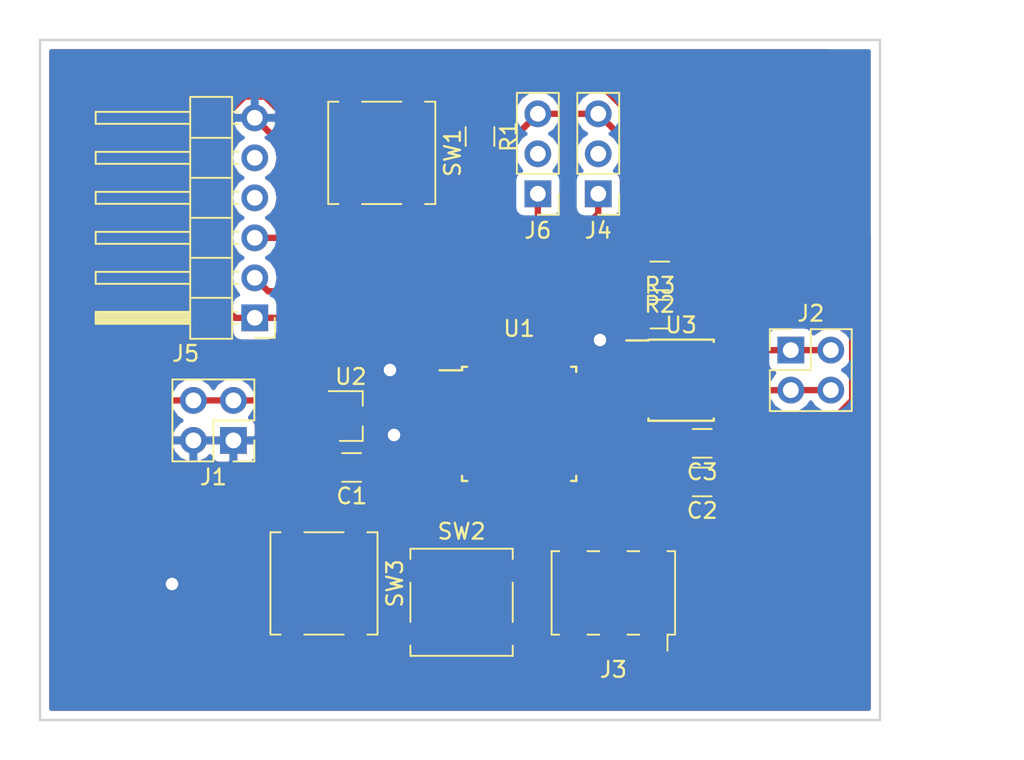
<source format=kicad_pcb>
(kicad_pcb (version 20171130) (host pcbnew 5.0.2-bee76a0~70~ubuntu18.04.1)

  (general
    (thickness 1.6)
    (drawings 6)
    (tracks 148)
    (zones 0)
    (modules 18)
    (nets 36)
  )

  (page A4)
  (layers
    (0 F.Cu signal)
    (31 B.Cu signal)
    (32 B.Adhes user)
    (33 F.Adhes user)
    (34 B.Paste user)
    (35 F.Paste user)
    (36 B.SilkS user)
    (37 F.SilkS user)
    (38 B.Mask user)
    (39 F.Mask user)
    (40 Dwgs.User user)
    (41 Cmts.User user)
    (42 Eco1.User user)
    (43 Eco2.User user)
    (44 Edge.Cuts user)
    (45 Margin user)
    (46 B.CrtYd user)
    (47 F.CrtYd user)
    (48 B.Fab user)
    (49 F.Fab user)
  )

  (setup
    (last_trace_width 0.4)
    (trace_clearance 0.3)
    (zone_clearance 0.508)
    (zone_45_only no)
    (trace_min 0.2)
    (segment_width 0.2)
    (edge_width 0.15)
    (via_size 1.5875)
    (via_drill 0.79248)
    (via_min_size 0.4)
    (via_min_drill 0.3)
    (uvia_size 0.3)
    (uvia_drill 0.1)
    (uvias_allowed no)
    (uvia_min_size 0.2)
    (uvia_min_drill 0.1)
    (pcb_text_width 0.3)
    (pcb_text_size 1.5 1.5)
    (mod_edge_width 0.15)
    (mod_text_size 1 1)
    (mod_text_width 0.15)
    (pad_size 1.524 1.524)
    (pad_drill 0.762)
    (pad_to_mask_clearance 0.051)
    (solder_mask_min_width 0.25)
    (aux_axis_origin 0 0)
    (visible_elements FFFFF77F)
    (pcbplotparams
      (layerselection 0x010fc_ffffffff)
      (usegerberextensions false)
      (usegerberattributes false)
      (usegerberadvancedattributes false)
      (creategerberjobfile false)
      (excludeedgelayer true)
      (linewidth 0.100000)
      (plotframeref false)
      (viasonmask false)
      (mode 1)
      (useauxorigin false)
      (hpglpennumber 1)
      (hpglpenspeed 20)
      (hpglpendiameter 15.000000)
      (psnegative false)
      (psa4output false)
      (plotreference true)
      (plotvalue true)
      (plotinvisibletext false)
      (padsonsilk false)
      (subtractmaskfromsilk false)
      (outputformat 1)
      (mirror false)
      (drillshape 1)
      (scaleselection 1)
      (outputdirectory ""))
  )

  (net 0 "")
  (net 1 +5V)
  (net 2 GND)
  (net 3 +9V)
  (net 4 OUT2)
  (net 5 OUT1)
  (net 6 RESET)
  (net 7 MOSI)
  (net 8 SCK)
  (net 9 MISO)
  (net 10 STOP_Button_1)
  (net 11 "Net-(J4-Pad2)")
  (net 12 TXD)
  (net 13 RXD)
  (net 14 DTR)
  (net 15 RTS)
  (net 16 "Net-(J6-Pad2)")
  (net 17 STOP_Button_2)
  (net 18 Emitor)
  (net 19 UP_Button)
  (net 20 Down_Button)
  (net 21 "Net-(U1-Pad1)")
  (net 22 "Net-(U1-Pad2)")
  (net 23 XTAL1)
  (net 24 XTAL2)
  (net 25 "Net-(U1-Pad9)")
  (net 26 "Net-(U1-Pad12)")
  (net 27 "Net-(U1-Pad13)")
  (net 28 "Net-(U1-Pad14)")
  (net 29 "Net-(U1-Pad19)")
  (net 30 "Net-(U1-Pad20)")
  (net 31 "Net-(U1-Pad22)")
  (net 32 IN1)
  (net 33 IN2)
  (net 34 "Net-(U1-Pad28)")
  (net 35 "Net-(U1-Pad32)")

  (net_class Default "This is the default net class."
    (clearance 0.3)
    (trace_width 0.4)
    (via_dia 1.5875)
    (via_drill 0.79248)
    (uvia_dia 0.3)
    (uvia_drill 0.1)
    (add_net +5V)
    (add_net +9V)
    (add_net DTR)
    (add_net Down_Button)
    (add_net Emitor)
    (add_net GND)
    (add_net IN1)
    (add_net IN2)
    (add_net MISO)
    (add_net MOSI)
    (add_net "Net-(J4-Pad2)")
    (add_net "Net-(J6-Pad2)")
    (add_net "Net-(U1-Pad1)")
    (add_net "Net-(U1-Pad12)")
    (add_net "Net-(U1-Pad13)")
    (add_net "Net-(U1-Pad14)")
    (add_net "Net-(U1-Pad19)")
    (add_net "Net-(U1-Pad2)")
    (add_net "Net-(U1-Pad20)")
    (add_net "Net-(U1-Pad22)")
    (add_net "Net-(U1-Pad28)")
    (add_net "Net-(U1-Pad32)")
    (add_net "Net-(U1-Pad9)")
    (add_net OUT1)
    (add_net OUT2)
    (add_net RESET)
    (add_net RTS)
    (add_net RXD)
    (add_net SCK)
    (add_net STOP_Button_1)
    (add_net STOP_Button_2)
    (add_net TXD)
    (add_net UP_Button)
    (add_net XTAL1)
    (add_net XTAL2)
  )

  (module Capacitor_SMD:C_1206_3216Metric_Pad1.42x1.75mm_HandSolder (layer F.Cu) (tedit 5B301BBE) (tstamp 5D0FB56D)
    (at 144.25074 95.72244 180)
    (descr "Capacitor SMD 1206 (3216 Metric), square (rectangular) end terminal, IPC_7351 nominal with elongated pad for handsoldering. (Body size source: http://www.tortai-tech.com/upload/download/2011102023233369053.pdf), generated with kicad-footprint-generator")
    (tags "capacitor handsolder")
    (path /5D12E841)
    (attr smd)
    (fp_text reference C1 (at 0 -1.82 180) (layer F.SilkS)
      (effects (font (size 1 1) (thickness 0.15)))
    )
    (fp_text value 100nf (at 0 1.82 180) (layer F.Fab)
      (effects (font (size 1 1) (thickness 0.15)))
    )
    (fp_line (start -1.6 0.8) (end -1.6 -0.8) (layer F.Fab) (width 0.1))
    (fp_line (start -1.6 -0.8) (end 1.6 -0.8) (layer F.Fab) (width 0.1))
    (fp_line (start 1.6 -0.8) (end 1.6 0.8) (layer F.Fab) (width 0.1))
    (fp_line (start 1.6 0.8) (end -1.6 0.8) (layer F.Fab) (width 0.1))
    (fp_line (start -0.602064 -0.91) (end 0.602064 -0.91) (layer F.SilkS) (width 0.12))
    (fp_line (start -0.602064 0.91) (end 0.602064 0.91) (layer F.SilkS) (width 0.12))
    (fp_line (start -2.45 1.12) (end -2.45 -1.12) (layer F.CrtYd) (width 0.05))
    (fp_line (start -2.45 -1.12) (end 2.45 -1.12) (layer F.CrtYd) (width 0.05))
    (fp_line (start 2.45 -1.12) (end 2.45 1.12) (layer F.CrtYd) (width 0.05))
    (fp_line (start 2.45 1.12) (end -2.45 1.12) (layer F.CrtYd) (width 0.05))
    (fp_text user %R (at 0 0 180) (layer F.Fab)
      (effects (font (size 0.8 0.8) (thickness 0.12)))
    )
    (pad 1 smd roundrect (at -1.4875 0 180) (size 1.425 1.75) (layers F.Cu F.Paste F.Mask) (roundrect_rratio 0.175439)
      (net 1 +5V))
    (pad 2 smd roundrect (at 1.4875 0 180) (size 1.425 1.75) (layers F.Cu F.Paste F.Mask) (roundrect_rratio 0.175439)
      (net 2 GND))
    (model ${KISYS3DMOD}/Capacitor_SMD.3dshapes/C_1206_3216Metric.wrl
      (at (xyz 0 0 0))
      (scale (xyz 1 1 1))
      (rotate (xyz 0 0 0))
    )
  )

  (module Capacitor_SMD:C_1206_3216Metric_Pad1.42x1.75mm_HandSolder (layer F.Cu) (tedit 5B301BBE) (tstamp 5D0FB57E)
    (at 166.51064 96.64446 180)
    (descr "Capacitor SMD 1206 (3216 Metric), square (rectangular) end terminal, IPC_7351 nominal with elongated pad for handsoldering. (Body size source: http://www.tortai-tech.com/upload/download/2011102023233369053.pdf), generated with kicad-footprint-generator")
    (tags "capacitor handsolder")
    (path /5D0312E4)
    (attr smd)
    (fp_text reference C2 (at 0 -1.82 180) (layer F.SilkS)
      (effects (font (size 1 1) (thickness 0.15)))
    )
    (fp_text value 1uf (at 0 1.82 180) (layer F.Fab)
      (effects (font (size 1 1) (thickness 0.15)))
    )
    (fp_text user %R (at 0 0 180) (layer F.Fab)
      (effects (font (size 0.8 0.8) (thickness 0.12)))
    )
    (fp_line (start 2.45 1.12) (end -2.45 1.12) (layer F.CrtYd) (width 0.05))
    (fp_line (start 2.45 -1.12) (end 2.45 1.12) (layer F.CrtYd) (width 0.05))
    (fp_line (start -2.45 -1.12) (end 2.45 -1.12) (layer F.CrtYd) (width 0.05))
    (fp_line (start -2.45 1.12) (end -2.45 -1.12) (layer F.CrtYd) (width 0.05))
    (fp_line (start -0.602064 0.91) (end 0.602064 0.91) (layer F.SilkS) (width 0.12))
    (fp_line (start -0.602064 -0.91) (end 0.602064 -0.91) (layer F.SilkS) (width 0.12))
    (fp_line (start 1.6 0.8) (end -1.6 0.8) (layer F.Fab) (width 0.1))
    (fp_line (start 1.6 -0.8) (end 1.6 0.8) (layer F.Fab) (width 0.1))
    (fp_line (start -1.6 -0.8) (end 1.6 -0.8) (layer F.Fab) (width 0.1))
    (fp_line (start -1.6 0.8) (end -1.6 -0.8) (layer F.Fab) (width 0.1))
    (pad 2 smd roundrect (at 1.4875 0 180) (size 1.425 1.75) (layers F.Cu F.Paste F.Mask) (roundrect_rratio 0.175439)
      (net 2 GND))
    (pad 1 smd roundrect (at -1.4875 0 180) (size 1.425 1.75) (layers F.Cu F.Paste F.Mask) (roundrect_rratio 0.175439)
      (net 3 +9V))
    (model ${KISYS3DMOD}/Capacitor_SMD.3dshapes/C_1206_3216Metric.wrl
      (at (xyz 0 0 0))
      (scale (xyz 1 1 1))
      (rotate (xyz 0 0 0))
    )
  )

  (module Capacitor_SMD:C_1206_3216Metric_Pad1.42x1.75mm_HandSolder (layer F.Cu) (tedit 5B301BBE) (tstamp 5D0FB58F)
    (at 166.51064 94.19082 180)
    (descr "Capacitor SMD 1206 (3216 Metric), square (rectangular) end terminal, IPC_7351 nominal with elongated pad for handsoldering. (Body size source: http://www.tortai-tech.com/upload/download/2011102023233369053.pdf), generated with kicad-footprint-generator")
    (tags "capacitor handsolder")
    (path /5D031341)
    (attr smd)
    (fp_text reference C3 (at 0 -1.82 180) (layer F.SilkS)
      (effects (font (size 1 1) (thickness 0.15)))
    )
    (fp_text value 10uf (at 0 1.82 180) (layer F.Fab)
      (effects (font (size 1 1) (thickness 0.15)))
    )
    (fp_line (start -1.6 0.8) (end -1.6 -0.8) (layer F.Fab) (width 0.1))
    (fp_line (start -1.6 -0.8) (end 1.6 -0.8) (layer F.Fab) (width 0.1))
    (fp_line (start 1.6 -0.8) (end 1.6 0.8) (layer F.Fab) (width 0.1))
    (fp_line (start 1.6 0.8) (end -1.6 0.8) (layer F.Fab) (width 0.1))
    (fp_line (start -0.602064 -0.91) (end 0.602064 -0.91) (layer F.SilkS) (width 0.12))
    (fp_line (start -0.602064 0.91) (end 0.602064 0.91) (layer F.SilkS) (width 0.12))
    (fp_line (start -2.45 1.12) (end -2.45 -1.12) (layer F.CrtYd) (width 0.05))
    (fp_line (start -2.45 -1.12) (end 2.45 -1.12) (layer F.CrtYd) (width 0.05))
    (fp_line (start 2.45 -1.12) (end 2.45 1.12) (layer F.CrtYd) (width 0.05))
    (fp_line (start 2.45 1.12) (end -2.45 1.12) (layer F.CrtYd) (width 0.05))
    (fp_text user %R (at 0 0 180) (layer F.Fab)
      (effects (font (size 0.8 0.8) (thickness 0.12)))
    )
    (pad 1 smd roundrect (at -1.4875 0 180) (size 1.425 1.75) (layers F.Cu F.Paste F.Mask) (roundrect_rratio 0.175439)
      (net 3 +9V))
    (pad 2 smd roundrect (at 1.4875 0 180) (size 1.425 1.75) (layers F.Cu F.Paste F.Mask) (roundrect_rratio 0.175439)
      (net 2 GND))
    (model ${KISYS3DMOD}/Capacitor_SMD.3dshapes/C_1206_3216Metric.wrl
      (at (xyz 0 0 0))
      (scale (xyz 1 1 1))
      (rotate (xyz 0 0 0))
    )
  )

  (module Connector_PinHeader_2.54mm:PinHeader_2x02_P2.54mm_Vertical (layer F.Cu) (tedit 59FED5CC) (tstamp 5D0FB5A9)
    (at 136.739664 94.005608 180)
    (descr "Through hole straight pin header, 2x02, 2.54mm pitch, double rows")
    (tags "Through hole pin header THT 2x02 2.54mm double row")
    (path /5D031282)
    (fp_text reference J1 (at 1.27 -2.33 180) (layer F.SilkS)
      (effects (font (size 1 1) (thickness 0.15)))
    )
    (fp_text value "+9V_input_pin(Male)" (at 1.27 4.87 180) (layer F.Fab)
      (effects (font (size 1 1) (thickness 0.15)))
    )
    (fp_text user %R (at 1.27 1.27 270) (layer F.Fab)
      (effects (font (size 1 1) (thickness 0.15)))
    )
    (fp_line (start 4.35 -1.8) (end -1.8 -1.8) (layer F.CrtYd) (width 0.05))
    (fp_line (start 4.35 4.35) (end 4.35 -1.8) (layer F.CrtYd) (width 0.05))
    (fp_line (start -1.8 4.35) (end 4.35 4.35) (layer F.CrtYd) (width 0.05))
    (fp_line (start -1.8 -1.8) (end -1.8 4.35) (layer F.CrtYd) (width 0.05))
    (fp_line (start -1.33 -1.33) (end 0 -1.33) (layer F.SilkS) (width 0.12))
    (fp_line (start -1.33 0) (end -1.33 -1.33) (layer F.SilkS) (width 0.12))
    (fp_line (start 1.27 -1.33) (end 3.87 -1.33) (layer F.SilkS) (width 0.12))
    (fp_line (start 1.27 1.27) (end 1.27 -1.33) (layer F.SilkS) (width 0.12))
    (fp_line (start -1.33 1.27) (end 1.27 1.27) (layer F.SilkS) (width 0.12))
    (fp_line (start 3.87 -1.33) (end 3.87 3.87) (layer F.SilkS) (width 0.12))
    (fp_line (start -1.33 1.27) (end -1.33 3.87) (layer F.SilkS) (width 0.12))
    (fp_line (start -1.33 3.87) (end 3.87 3.87) (layer F.SilkS) (width 0.12))
    (fp_line (start -1.27 0) (end 0 -1.27) (layer F.Fab) (width 0.1))
    (fp_line (start -1.27 3.81) (end -1.27 0) (layer F.Fab) (width 0.1))
    (fp_line (start 3.81 3.81) (end -1.27 3.81) (layer F.Fab) (width 0.1))
    (fp_line (start 3.81 -1.27) (end 3.81 3.81) (layer F.Fab) (width 0.1))
    (fp_line (start 0 -1.27) (end 3.81 -1.27) (layer F.Fab) (width 0.1))
    (pad 4 thru_hole oval (at 2.54 2.54 180) (size 1.7 1.7) (drill 1) (layers *.Cu *.Mask)
      (net 3 +9V))
    (pad 3 thru_hole oval (at 0 2.54 180) (size 1.7 1.7) (drill 1) (layers *.Cu *.Mask)
      (net 3 +9V))
    (pad 2 thru_hole oval (at 2.54 0 180) (size 1.7 1.7) (drill 1) (layers *.Cu *.Mask)
      (net 2 GND))
    (pad 1 thru_hole rect (at 0 0 180) (size 1.7 1.7) (drill 1) (layers *.Cu *.Mask)
      (net 2 GND))
    (model ${KISYS3DMOD}/Connector_PinHeader_2.54mm.3dshapes/PinHeader_2x02_P2.54mm_Vertical.wrl
      (at (xyz 0 0 0))
      (scale (xyz 1 1 1))
      (rotate (xyz 0 0 0))
    )
  )

  (module Connector_PinHeader_2.54mm:PinHeader_2x02_P2.54mm_Vertical (layer F.Cu) (tedit 59FED5CC) (tstamp 5D0FB5C3)
    (at 172.1358 88.27262)
    (descr "Through hole straight pin header, 2x02, 2.54mm pitch, double rows")
    (tags "Through hole pin header THT 2x02 2.54mm double row")
    (path /5D02E3A2)
    (fp_text reference J2 (at 1.27 -2.33) (layer F.SilkS)
      (effects (font (size 1 1) (thickness 0.15)))
    )
    (fp_text value "Motor pins(male)(Jameco Reliapro)" (at 1.27 4.87) (layer F.Fab)
      (effects (font (size 1 1) (thickness 0.15)))
    )
    (fp_line (start 0 -1.27) (end 3.81 -1.27) (layer F.Fab) (width 0.1))
    (fp_line (start 3.81 -1.27) (end 3.81 3.81) (layer F.Fab) (width 0.1))
    (fp_line (start 3.81 3.81) (end -1.27 3.81) (layer F.Fab) (width 0.1))
    (fp_line (start -1.27 3.81) (end -1.27 0) (layer F.Fab) (width 0.1))
    (fp_line (start -1.27 0) (end 0 -1.27) (layer F.Fab) (width 0.1))
    (fp_line (start -1.33 3.87) (end 3.87 3.87) (layer F.SilkS) (width 0.12))
    (fp_line (start -1.33 1.27) (end -1.33 3.87) (layer F.SilkS) (width 0.12))
    (fp_line (start 3.87 -1.33) (end 3.87 3.87) (layer F.SilkS) (width 0.12))
    (fp_line (start -1.33 1.27) (end 1.27 1.27) (layer F.SilkS) (width 0.12))
    (fp_line (start 1.27 1.27) (end 1.27 -1.33) (layer F.SilkS) (width 0.12))
    (fp_line (start 1.27 -1.33) (end 3.87 -1.33) (layer F.SilkS) (width 0.12))
    (fp_line (start -1.33 0) (end -1.33 -1.33) (layer F.SilkS) (width 0.12))
    (fp_line (start -1.33 -1.33) (end 0 -1.33) (layer F.SilkS) (width 0.12))
    (fp_line (start -1.8 -1.8) (end -1.8 4.35) (layer F.CrtYd) (width 0.05))
    (fp_line (start -1.8 4.35) (end 4.35 4.35) (layer F.CrtYd) (width 0.05))
    (fp_line (start 4.35 4.35) (end 4.35 -1.8) (layer F.CrtYd) (width 0.05))
    (fp_line (start 4.35 -1.8) (end -1.8 -1.8) (layer F.CrtYd) (width 0.05))
    (fp_text user %R (at 1.27 1.27 90) (layer F.Fab)
      (effects (font (size 1 1) (thickness 0.15)))
    )
    (pad 1 thru_hole rect (at 0 0) (size 1.7 1.7) (drill 1) (layers *.Cu *.Mask)
      (net 4 OUT2))
    (pad 2 thru_hole oval (at 2.54 0) (size 1.7 1.7) (drill 1) (layers *.Cu *.Mask)
      (net 4 OUT2))
    (pad 3 thru_hole oval (at 0 2.54) (size 1.7 1.7) (drill 1) (layers *.Cu *.Mask)
      (net 5 OUT1))
    (pad 4 thru_hole oval (at 2.54 2.54) (size 1.7 1.7) (drill 1) (layers *.Cu *.Mask)
      (net 5 OUT1))
    (model ${KISYS3DMOD}/Connector_PinHeader_2.54mm.3dshapes/PinHeader_2x02_P2.54mm_Vertical.wrl
      (at (xyz 0 0 0))
      (scale (xyz 1 1 1))
      (rotate (xyz 0 0 0))
    )
  )

  (module Connector_PinHeader_2.54mm:PinHeader_1x03_P2.54mm_Vertical (layer F.Cu) (tedit 59FED5CC) (tstamp 5D0FB5F6)
    (at 159.90824 78.3463 180)
    (descr "Through hole straight pin header, 1x03, 2.54mm pitch, single row")
    (tags "Through hole pin header THT 1x03 2.54mm single row")
    (path /5D05C322)
    (fp_text reference J4 (at 0 -2.33 180) (layer F.SilkS)
      (effects (font (size 1 1) (thickness 0.15)))
    )
    (fp_text value "Stop Button (1)" (at 0 7.41 180) (layer F.Fab)
      (effects (font (size 1 1) (thickness 0.15)))
    )
    (fp_line (start -0.635 -1.27) (end 1.27 -1.27) (layer F.Fab) (width 0.1))
    (fp_line (start 1.27 -1.27) (end 1.27 6.35) (layer F.Fab) (width 0.1))
    (fp_line (start 1.27 6.35) (end -1.27 6.35) (layer F.Fab) (width 0.1))
    (fp_line (start -1.27 6.35) (end -1.27 -0.635) (layer F.Fab) (width 0.1))
    (fp_line (start -1.27 -0.635) (end -0.635 -1.27) (layer F.Fab) (width 0.1))
    (fp_line (start -1.33 6.41) (end 1.33 6.41) (layer F.SilkS) (width 0.12))
    (fp_line (start -1.33 1.27) (end -1.33 6.41) (layer F.SilkS) (width 0.12))
    (fp_line (start 1.33 1.27) (end 1.33 6.41) (layer F.SilkS) (width 0.12))
    (fp_line (start -1.33 1.27) (end 1.33 1.27) (layer F.SilkS) (width 0.12))
    (fp_line (start -1.33 0) (end -1.33 -1.33) (layer F.SilkS) (width 0.12))
    (fp_line (start -1.33 -1.33) (end 0 -1.33) (layer F.SilkS) (width 0.12))
    (fp_line (start -1.8 -1.8) (end -1.8 6.85) (layer F.CrtYd) (width 0.05))
    (fp_line (start -1.8 6.85) (end 1.8 6.85) (layer F.CrtYd) (width 0.05))
    (fp_line (start 1.8 6.85) (end 1.8 -1.8) (layer F.CrtYd) (width 0.05))
    (fp_line (start 1.8 -1.8) (end -1.8 -1.8) (layer F.CrtYd) (width 0.05))
    (fp_text user %R (at 0 2.54 270) (layer F.Fab)
      (effects (font (size 1 1) (thickness 0.15)))
    )
    (pad 1 thru_hole rect (at 0 0 180) (size 1.7 1.7) (drill 1) (layers *.Cu *.Mask)
      (net 10 STOP_Button_1))
    (pad 2 thru_hole oval (at 0 2.54 180) (size 1.7 1.7) (drill 1) (layers *.Cu *.Mask)
      (net 11 "Net-(J4-Pad2)"))
    (pad 3 thru_hole oval (at 0 5.08 180) (size 1.7 1.7) (drill 1) (layers *.Cu *.Mask)
      (net 1 +5V))
    (model ${KISYS3DMOD}/Connector_PinHeader_2.54mm.3dshapes/PinHeader_1x03_P2.54mm_Vertical.wrl
      (at (xyz 0 0 0))
      (scale (xyz 1 1 1))
      (rotate (xyz 0 0 0))
    )
  )

  (module Connector_PinHeader_2.54mm:PinHeader_1x06_P2.54mm_Horizontal (layer F.Cu) (tedit 59FED5CB) (tstamp 5D0FB65D)
    (at 138.09726 86.22284 180)
    (descr "Through hole angled pin header, 1x06, 2.54mm pitch, 6mm pin length, single row")
    (tags "Through hole angled pin header THT 1x06 2.54mm single row")
    (path /5D0DDFBF)
    (fp_text reference J5 (at 4.385 -2.27 180) (layer F.SilkS)
      (effects (font (size 1 1) (thickness 0.15)))
    )
    (fp_text value "FTDI pins (Male)" (at 4.385 14.97 180) (layer F.Fab)
      (effects (font (size 1 1) (thickness 0.15)))
    )
    (fp_line (start 2.135 -1.27) (end 4.04 -1.27) (layer F.Fab) (width 0.1))
    (fp_line (start 4.04 -1.27) (end 4.04 13.97) (layer F.Fab) (width 0.1))
    (fp_line (start 4.04 13.97) (end 1.5 13.97) (layer F.Fab) (width 0.1))
    (fp_line (start 1.5 13.97) (end 1.5 -0.635) (layer F.Fab) (width 0.1))
    (fp_line (start 1.5 -0.635) (end 2.135 -1.27) (layer F.Fab) (width 0.1))
    (fp_line (start -0.32 -0.32) (end 1.5 -0.32) (layer F.Fab) (width 0.1))
    (fp_line (start -0.32 -0.32) (end -0.32 0.32) (layer F.Fab) (width 0.1))
    (fp_line (start -0.32 0.32) (end 1.5 0.32) (layer F.Fab) (width 0.1))
    (fp_line (start 4.04 -0.32) (end 10.04 -0.32) (layer F.Fab) (width 0.1))
    (fp_line (start 10.04 -0.32) (end 10.04 0.32) (layer F.Fab) (width 0.1))
    (fp_line (start 4.04 0.32) (end 10.04 0.32) (layer F.Fab) (width 0.1))
    (fp_line (start -0.32 2.22) (end 1.5 2.22) (layer F.Fab) (width 0.1))
    (fp_line (start -0.32 2.22) (end -0.32 2.86) (layer F.Fab) (width 0.1))
    (fp_line (start -0.32 2.86) (end 1.5 2.86) (layer F.Fab) (width 0.1))
    (fp_line (start 4.04 2.22) (end 10.04 2.22) (layer F.Fab) (width 0.1))
    (fp_line (start 10.04 2.22) (end 10.04 2.86) (layer F.Fab) (width 0.1))
    (fp_line (start 4.04 2.86) (end 10.04 2.86) (layer F.Fab) (width 0.1))
    (fp_line (start -0.32 4.76) (end 1.5 4.76) (layer F.Fab) (width 0.1))
    (fp_line (start -0.32 4.76) (end -0.32 5.4) (layer F.Fab) (width 0.1))
    (fp_line (start -0.32 5.4) (end 1.5 5.4) (layer F.Fab) (width 0.1))
    (fp_line (start 4.04 4.76) (end 10.04 4.76) (layer F.Fab) (width 0.1))
    (fp_line (start 10.04 4.76) (end 10.04 5.4) (layer F.Fab) (width 0.1))
    (fp_line (start 4.04 5.4) (end 10.04 5.4) (layer F.Fab) (width 0.1))
    (fp_line (start -0.32 7.3) (end 1.5 7.3) (layer F.Fab) (width 0.1))
    (fp_line (start -0.32 7.3) (end -0.32 7.94) (layer F.Fab) (width 0.1))
    (fp_line (start -0.32 7.94) (end 1.5 7.94) (layer F.Fab) (width 0.1))
    (fp_line (start 4.04 7.3) (end 10.04 7.3) (layer F.Fab) (width 0.1))
    (fp_line (start 10.04 7.3) (end 10.04 7.94) (layer F.Fab) (width 0.1))
    (fp_line (start 4.04 7.94) (end 10.04 7.94) (layer F.Fab) (width 0.1))
    (fp_line (start -0.32 9.84) (end 1.5 9.84) (layer F.Fab) (width 0.1))
    (fp_line (start -0.32 9.84) (end -0.32 10.48) (layer F.Fab) (width 0.1))
    (fp_line (start -0.32 10.48) (end 1.5 10.48) (layer F.Fab) (width 0.1))
    (fp_line (start 4.04 9.84) (end 10.04 9.84) (layer F.Fab) (width 0.1))
    (fp_line (start 10.04 9.84) (end 10.04 10.48) (layer F.Fab) (width 0.1))
    (fp_line (start 4.04 10.48) (end 10.04 10.48) (layer F.Fab) (width 0.1))
    (fp_line (start -0.32 12.38) (end 1.5 12.38) (layer F.Fab) (width 0.1))
    (fp_line (start -0.32 12.38) (end -0.32 13.02) (layer F.Fab) (width 0.1))
    (fp_line (start -0.32 13.02) (end 1.5 13.02) (layer F.Fab) (width 0.1))
    (fp_line (start 4.04 12.38) (end 10.04 12.38) (layer F.Fab) (width 0.1))
    (fp_line (start 10.04 12.38) (end 10.04 13.02) (layer F.Fab) (width 0.1))
    (fp_line (start 4.04 13.02) (end 10.04 13.02) (layer F.Fab) (width 0.1))
    (fp_line (start 1.44 -1.33) (end 1.44 14.03) (layer F.SilkS) (width 0.12))
    (fp_line (start 1.44 14.03) (end 4.1 14.03) (layer F.SilkS) (width 0.12))
    (fp_line (start 4.1 14.03) (end 4.1 -1.33) (layer F.SilkS) (width 0.12))
    (fp_line (start 4.1 -1.33) (end 1.44 -1.33) (layer F.SilkS) (width 0.12))
    (fp_line (start 4.1 -0.38) (end 10.1 -0.38) (layer F.SilkS) (width 0.12))
    (fp_line (start 10.1 -0.38) (end 10.1 0.38) (layer F.SilkS) (width 0.12))
    (fp_line (start 10.1 0.38) (end 4.1 0.38) (layer F.SilkS) (width 0.12))
    (fp_line (start 4.1 -0.32) (end 10.1 -0.32) (layer F.SilkS) (width 0.12))
    (fp_line (start 4.1 -0.2) (end 10.1 -0.2) (layer F.SilkS) (width 0.12))
    (fp_line (start 4.1 -0.08) (end 10.1 -0.08) (layer F.SilkS) (width 0.12))
    (fp_line (start 4.1 0.04) (end 10.1 0.04) (layer F.SilkS) (width 0.12))
    (fp_line (start 4.1 0.16) (end 10.1 0.16) (layer F.SilkS) (width 0.12))
    (fp_line (start 4.1 0.28) (end 10.1 0.28) (layer F.SilkS) (width 0.12))
    (fp_line (start 1.11 -0.38) (end 1.44 -0.38) (layer F.SilkS) (width 0.12))
    (fp_line (start 1.11 0.38) (end 1.44 0.38) (layer F.SilkS) (width 0.12))
    (fp_line (start 1.44 1.27) (end 4.1 1.27) (layer F.SilkS) (width 0.12))
    (fp_line (start 4.1 2.16) (end 10.1 2.16) (layer F.SilkS) (width 0.12))
    (fp_line (start 10.1 2.16) (end 10.1 2.92) (layer F.SilkS) (width 0.12))
    (fp_line (start 10.1 2.92) (end 4.1 2.92) (layer F.SilkS) (width 0.12))
    (fp_line (start 1.042929 2.16) (end 1.44 2.16) (layer F.SilkS) (width 0.12))
    (fp_line (start 1.042929 2.92) (end 1.44 2.92) (layer F.SilkS) (width 0.12))
    (fp_line (start 1.44 3.81) (end 4.1 3.81) (layer F.SilkS) (width 0.12))
    (fp_line (start 4.1 4.7) (end 10.1 4.7) (layer F.SilkS) (width 0.12))
    (fp_line (start 10.1 4.7) (end 10.1 5.46) (layer F.SilkS) (width 0.12))
    (fp_line (start 10.1 5.46) (end 4.1 5.46) (layer F.SilkS) (width 0.12))
    (fp_line (start 1.042929 4.7) (end 1.44 4.7) (layer F.SilkS) (width 0.12))
    (fp_line (start 1.042929 5.46) (end 1.44 5.46) (layer F.SilkS) (width 0.12))
    (fp_line (start 1.44 6.35) (end 4.1 6.35) (layer F.SilkS) (width 0.12))
    (fp_line (start 4.1 7.24) (end 10.1 7.24) (layer F.SilkS) (width 0.12))
    (fp_line (start 10.1 7.24) (end 10.1 8) (layer F.SilkS) (width 0.12))
    (fp_line (start 10.1 8) (end 4.1 8) (layer F.SilkS) (width 0.12))
    (fp_line (start 1.042929 7.24) (end 1.44 7.24) (layer F.SilkS) (width 0.12))
    (fp_line (start 1.042929 8) (end 1.44 8) (layer F.SilkS) (width 0.12))
    (fp_line (start 1.44 8.89) (end 4.1 8.89) (layer F.SilkS) (width 0.12))
    (fp_line (start 4.1 9.78) (end 10.1 9.78) (layer F.SilkS) (width 0.12))
    (fp_line (start 10.1 9.78) (end 10.1 10.54) (layer F.SilkS) (width 0.12))
    (fp_line (start 10.1 10.54) (end 4.1 10.54) (layer F.SilkS) (width 0.12))
    (fp_line (start 1.042929 9.78) (end 1.44 9.78) (layer F.SilkS) (width 0.12))
    (fp_line (start 1.042929 10.54) (end 1.44 10.54) (layer F.SilkS) (width 0.12))
    (fp_line (start 1.44 11.43) (end 4.1 11.43) (layer F.SilkS) (width 0.12))
    (fp_line (start 4.1 12.32) (end 10.1 12.32) (layer F.SilkS) (width 0.12))
    (fp_line (start 10.1 12.32) (end 10.1 13.08) (layer F.SilkS) (width 0.12))
    (fp_line (start 10.1 13.08) (end 4.1 13.08) (layer F.SilkS) (width 0.12))
    (fp_line (start 1.042929 12.32) (end 1.44 12.32) (layer F.SilkS) (width 0.12))
    (fp_line (start 1.042929 13.08) (end 1.44 13.08) (layer F.SilkS) (width 0.12))
    (fp_line (start -1.27 0) (end -1.27 -1.27) (layer F.SilkS) (width 0.12))
    (fp_line (start -1.27 -1.27) (end 0 -1.27) (layer F.SilkS) (width 0.12))
    (fp_line (start -1.8 -1.8) (end -1.8 14.5) (layer F.CrtYd) (width 0.05))
    (fp_line (start -1.8 14.5) (end 10.55 14.5) (layer F.CrtYd) (width 0.05))
    (fp_line (start 10.55 14.5) (end 10.55 -1.8) (layer F.CrtYd) (width 0.05))
    (fp_line (start 10.55 -1.8) (end -1.8 -1.8) (layer F.CrtYd) (width 0.05))
    (fp_text user %R (at 2.77 6.35 270) (layer F.Fab)
      (effects (font (size 1 1) (thickness 0.15)))
    )
    (pad 1 thru_hole rect (at 0 0 180) (size 1.7 1.7) (drill 1) (layers *.Cu *.Mask)
      (net 1 +5V))
    (pad 2 thru_hole oval (at 0 2.54 180) (size 1.7 1.7) (drill 1) (layers *.Cu *.Mask)
      (net 12 TXD))
    (pad 3 thru_hole oval (at 0 5.08 180) (size 1.7 1.7) (drill 1) (layers *.Cu *.Mask)
      (net 13 RXD))
    (pad 4 thru_hole oval (at 0 7.62 180) (size 1.7 1.7) (drill 1) (layers *.Cu *.Mask)
      (net 14 DTR))
    (pad 5 thru_hole oval (at 0 10.16 180) (size 1.7 1.7) (drill 1) (layers *.Cu *.Mask)
      (net 15 RTS))
    (pad 6 thru_hole oval (at 0 12.7 180) (size 1.7 1.7) (drill 1) (layers *.Cu *.Mask)
      (net 2 GND))
    (model ${KISYS3DMOD}/Connector_PinHeader_2.54mm.3dshapes/PinHeader_1x06_P2.54mm_Horizontal.wrl
      (at (xyz 0 0 0))
      (scale (xyz 1 1 1))
      (rotate (xyz 0 0 0))
    )
  )

  (module Connector_PinHeader_2.54mm:PinHeader_1x03_P2.54mm_Vertical (layer F.Cu) (tedit 59FED5CC) (tstamp 5D0FB674)
    (at 156.07284 78.3463 180)
    (descr "Through hole straight pin header, 1x03, 2.54mm pitch, single row")
    (tags "Through hole pin header THT 1x03 2.54mm single row")
    (path /5D05C48E)
    (fp_text reference J6 (at 0 -2.33 180) (layer F.SilkS)
      (effects (font (size 1 1) (thickness 0.15)))
    )
    (fp_text value "Stop Button (2)" (at 0 7.41 180) (layer F.Fab)
      (effects (font (size 1 1) (thickness 0.15)))
    )
    (fp_text user %R (at 0 2.54 270) (layer F.Fab)
      (effects (font (size 1 1) (thickness 0.15)))
    )
    (fp_line (start 1.8 -1.8) (end -1.8 -1.8) (layer F.CrtYd) (width 0.05))
    (fp_line (start 1.8 6.85) (end 1.8 -1.8) (layer F.CrtYd) (width 0.05))
    (fp_line (start -1.8 6.85) (end 1.8 6.85) (layer F.CrtYd) (width 0.05))
    (fp_line (start -1.8 -1.8) (end -1.8 6.85) (layer F.CrtYd) (width 0.05))
    (fp_line (start -1.33 -1.33) (end 0 -1.33) (layer F.SilkS) (width 0.12))
    (fp_line (start -1.33 0) (end -1.33 -1.33) (layer F.SilkS) (width 0.12))
    (fp_line (start -1.33 1.27) (end 1.33 1.27) (layer F.SilkS) (width 0.12))
    (fp_line (start 1.33 1.27) (end 1.33 6.41) (layer F.SilkS) (width 0.12))
    (fp_line (start -1.33 1.27) (end -1.33 6.41) (layer F.SilkS) (width 0.12))
    (fp_line (start -1.33 6.41) (end 1.33 6.41) (layer F.SilkS) (width 0.12))
    (fp_line (start -1.27 -0.635) (end -0.635 -1.27) (layer F.Fab) (width 0.1))
    (fp_line (start -1.27 6.35) (end -1.27 -0.635) (layer F.Fab) (width 0.1))
    (fp_line (start 1.27 6.35) (end -1.27 6.35) (layer F.Fab) (width 0.1))
    (fp_line (start 1.27 -1.27) (end 1.27 6.35) (layer F.Fab) (width 0.1))
    (fp_line (start -0.635 -1.27) (end 1.27 -1.27) (layer F.Fab) (width 0.1))
    (pad 3 thru_hole oval (at 0 5.08 180) (size 1.7 1.7) (drill 1) (layers *.Cu *.Mask)
      (net 1 +5V))
    (pad 2 thru_hole oval (at 0 2.54 180) (size 1.7 1.7) (drill 1) (layers *.Cu *.Mask)
      (net 16 "Net-(J6-Pad2)"))
    (pad 1 thru_hole rect (at 0 0 180) (size 1.7 1.7) (drill 1) (layers *.Cu *.Mask)
      (net 17 STOP_Button_2))
    (model ${KISYS3DMOD}/Connector_PinHeader_2.54mm.3dshapes/PinHeader_1x03_P2.54mm_Vertical.wrl
      (at (xyz 0 0 0))
      (scale (xyz 1 1 1))
      (rotate (xyz 0 0 0))
    )
  )

  (module Resistor_SMD:R_1206_3216Metric_Pad1.42x1.75mm_HandSolder (layer F.Cu) (tedit 5B301BBD) (tstamp 5D0FB685)
    (at 152.4 74.7125 270)
    (descr "Resistor SMD 1206 (3216 Metric), square (rectangular) end terminal, IPC_7351 nominal with elongated pad for handsoldering. (Body size source: http://www.tortai-tech.com/upload/download/2011102023233369053.pdf), generated with kicad-footprint-generator")
    (tags "resistor handsolder")
    (path /5D1147B7)
    (attr smd)
    (fp_text reference R1 (at 0 -1.82 270) (layer F.SilkS)
      (effects (font (size 1 1) (thickness 0.15)))
    )
    (fp_text value 10k (at 0 1.82 270) (layer F.Fab)
      (effects (font (size 1 1) (thickness 0.15)))
    )
    (fp_line (start -1.6 0.8) (end -1.6 -0.8) (layer F.Fab) (width 0.1))
    (fp_line (start -1.6 -0.8) (end 1.6 -0.8) (layer F.Fab) (width 0.1))
    (fp_line (start 1.6 -0.8) (end 1.6 0.8) (layer F.Fab) (width 0.1))
    (fp_line (start 1.6 0.8) (end -1.6 0.8) (layer F.Fab) (width 0.1))
    (fp_line (start -0.602064 -0.91) (end 0.602064 -0.91) (layer F.SilkS) (width 0.12))
    (fp_line (start -0.602064 0.91) (end 0.602064 0.91) (layer F.SilkS) (width 0.12))
    (fp_line (start -2.45 1.12) (end -2.45 -1.12) (layer F.CrtYd) (width 0.05))
    (fp_line (start -2.45 -1.12) (end 2.45 -1.12) (layer F.CrtYd) (width 0.05))
    (fp_line (start 2.45 -1.12) (end 2.45 1.12) (layer F.CrtYd) (width 0.05))
    (fp_line (start 2.45 1.12) (end -2.45 1.12) (layer F.CrtYd) (width 0.05))
    (fp_text user %R (at 0 0 270) (layer F.Fab)
      (effects (font (size 0.8 0.8) (thickness 0.12)))
    )
    (pad 1 smd roundrect (at -1.4875 0 270) (size 1.425 1.75) (layers F.Cu F.Paste F.Mask) (roundrect_rratio 0.175439)
      (net 6 RESET))
    (pad 2 smd roundrect (at 1.4875 0 270) (size 1.425 1.75) (layers F.Cu F.Paste F.Mask) (roundrect_rratio 0.175439)
      (net 1 +5V))
    (model ${KISYS3DMOD}/Resistor_SMD.3dshapes/R_1206_3216Metric.wrl
      (at (xyz 0 0 0))
      (scale (xyz 1 1 1))
      (rotate (xyz 0 0 0))
    )
  )

  (module Resistor_SMD:R_1206_3216Metric_Pad1.42x1.75mm_HandSolder (layer F.Cu) (tedit 5B301BBD) (tstamp 5D0FB696)
    (at 163.81222 83.55838 180)
    (descr "Resistor SMD 1206 (3216 Metric), square (rectangular) end terminal, IPC_7351 nominal with elongated pad for handsoldering. (Body size source: http://www.tortai-tech.com/upload/download/2011102023233369053.pdf), generated with kicad-footprint-generator")
    (tags "resistor handsolder")
    (path /5D06AF46)
    (attr smd)
    (fp_text reference R2 (at 0 -1.82 180) (layer F.SilkS)
      (effects (font (size 1 1) (thickness 0.15)))
    )
    (fp_text value R_PHOTO (at 0 1.82 180) (layer F.Fab)
      (effects (font (size 1 1) (thickness 0.15)))
    )
    (fp_line (start -1.6 0.8) (end -1.6 -0.8) (layer F.Fab) (width 0.1))
    (fp_line (start -1.6 -0.8) (end 1.6 -0.8) (layer F.Fab) (width 0.1))
    (fp_line (start 1.6 -0.8) (end 1.6 0.8) (layer F.Fab) (width 0.1))
    (fp_line (start 1.6 0.8) (end -1.6 0.8) (layer F.Fab) (width 0.1))
    (fp_line (start -0.602064 -0.91) (end 0.602064 -0.91) (layer F.SilkS) (width 0.12))
    (fp_line (start -0.602064 0.91) (end 0.602064 0.91) (layer F.SilkS) (width 0.12))
    (fp_line (start -2.45 1.12) (end -2.45 -1.12) (layer F.CrtYd) (width 0.05))
    (fp_line (start -2.45 -1.12) (end 2.45 -1.12) (layer F.CrtYd) (width 0.05))
    (fp_line (start 2.45 -1.12) (end 2.45 1.12) (layer F.CrtYd) (width 0.05))
    (fp_line (start 2.45 1.12) (end -2.45 1.12) (layer F.CrtYd) (width 0.05))
    (fp_text user %R (at 0 0 180) (layer F.Fab)
      (effects (font (size 0.8 0.8) (thickness 0.12)))
    )
    (pad 1 smd roundrect (at -1.4875 0 180) (size 1.425 1.75) (layers F.Cu F.Paste F.Mask) (roundrect_rratio 0.175439)
      (net 1 +5V))
    (pad 2 smd roundrect (at 1.4875 0 180) (size 1.425 1.75) (layers F.Cu F.Paste F.Mask) (roundrect_rratio 0.175439)
      (net 18 Emitor))
    (model ${KISYS3DMOD}/Resistor_SMD.3dshapes/R_1206_3216Metric.wrl
      (at (xyz 0 0 0))
      (scale (xyz 1 1 1))
      (rotate (xyz 0 0 0))
    )
  )

  (module Resistor_SMD:R_1206_3216Metric_Pad1.42x1.75mm_HandSolder (layer F.Cu) (tedit 5B301BBD) (tstamp 5D0FB6A7)
    (at 163.82746 85.98662)
    (descr "Resistor SMD 1206 (3216 Metric), square (rectangular) end terminal, IPC_7351 nominal with elongated pad for handsoldering. (Body size source: http://www.tortai-tech.com/upload/download/2011102023233369053.pdf), generated with kicad-footprint-generator")
    (tags "resistor handsolder")
    (path /5D0A835A)
    (attr smd)
    (fp_text reference R3 (at 0 -1.82) (layer F.SilkS)
      (effects (font (size 1 1) (thickness 0.15)))
    )
    (fp_text value 10k (at 0 1.82) (layer F.Fab)
      (effects (font (size 1 1) (thickness 0.15)))
    )
    (fp_text user %R (at 0 0) (layer F.Fab)
      (effects (font (size 0.8 0.8) (thickness 0.12)))
    )
    (fp_line (start 2.45 1.12) (end -2.45 1.12) (layer F.CrtYd) (width 0.05))
    (fp_line (start 2.45 -1.12) (end 2.45 1.12) (layer F.CrtYd) (width 0.05))
    (fp_line (start -2.45 -1.12) (end 2.45 -1.12) (layer F.CrtYd) (width 0.05))
    (fp_line (start -2.45 1.12) (end -2.45 -1.12) (layer F.CrtYd) (width 0.05))
    (fp_line (start -0.602064 0.91) (end 0.602064 0.91) (layer F.SilkS) (width 0.12))
    (fp_line (start -0.602064 -0.91) (end 0.602064 -0.91) (layer F.SilkS) (width 0.12))
    (fp_line (start 1.6 0.8) (end -1.6 0.8) (layer F.Fab) (width 0.1))
    (fp_line (start 1.6 -0.8) (end 1.6 0.8) (layer F.Fab) (width 0.1))
    (fp_line (start -1.6 -0.8) (end 1.6 -0.8) (layer F.Fab) (width 0.1))
    (fp_line (start -1.6 0.8) (end -1.6 -0.8) (layer F.Fab) (width 0.1))
    (pad 2 smd roundrect (at 1.4875 0) (size 1.425 1.75) (layers F.Cu F.Paste F.Mask) (roundrect_rratio 0.175439)
      (net 1 +5V))
    (pad 1 smd roundrect (at -1.4875 0) (size 1.425 1.75) (layers F.Cu F.Paste F.Mask) (roundrect_rratio 0.175439)
      (net 18 Emitor))
    (model ${KISYS3DMOD}/Resistor_SMD.3dshapes/R_1206_3216Metric.wrl
      (at (xyz 0 0 0))
      (scale (xyz 1 1 1))
      (rotate (xyz 0 0 0))
    )
  )

  (module Button_Switch_SMD:SW_SPST_B3SL-1002P (layer F.Cu) (tedit 5A02FC95) (tstamp 5D0FB6C1)
    (at 146.16176 75.74788 270)
    (descr "Middle Stroke Tactile Switch, B3SL")
    (tags "Middle Stroke Tactile Switch")
    (path /5D11B858)
    (attr smd)
    (fp_text reference SW1 (at 0 -4.5 270) (layer F.SilkS)
      (effects (font (size 1 1) (thickness 0.15)))
    )
    (fp_text value "Reset button" (at 0 4.75 270) (layer F.Fab)
      (effects (font (size 1 1) (thickness 0.15)))
    )
    (fp_text user %R (at 0 -4.5 270) (layer F.Fab)
      (effects (font (size 1 1) (thickness 0.15)))
    )
    (fp_circle (center 0 0) (end 1.25 0) (layer F.Fab) (width 0.1))
    (fp_line (start -4.5 3.65) (end 4.5 3.65) (layer F.CrtYd) (width 0.05))
    (fp_line (start 4.5 3.65) (end 4.5 -3.65) (layer F.CrtYd) (width 0.05))
    (fp_line (start 4.5 -3.65) (end -4.5 -3.65) (layer F.CrtYd) (width 0.05))
    (fp_line (start -4.5 -3.65) (end -4.5 3.65) (layer F.CrtYd) (width 0.05))
    (fp_line (start 3.25 2.75) (end 3.25 3.4) (layer F.SilkS) (width 0.12))
    (fp_line (start 3.25 3.4) (end -3.25 3.4) (layer F.SilkS) (width 0.12))
    (fp_line (start -3.25 3.4) (end -3.25 2.75) (layer F.SilkS) (width 0.12))
    (fp_line (start 3.25 -2.75) (end 3.25 -3.4) (layer F.SilkS) (width 0.12))
    (fp_line (start 3.25 -3.4) (end -3.25 -3.4) (layer F.SilkS) (width 0.12))
    (fp_line (start -3.25 -3.4) (end -3.25 -2.75) (layer F.SilkS) (width 0.12))
    (fp_line (start 3.25 -1.25) (end 3.25 1.25) (layer F.SilkS) (width 0.12))
    (fp_line (start -3.25 -1.25) (end -3.25 1.25) (layer F.SilkS) (width 0.12))
    (fp_line (start -3.1 -3.25) (end 3.1 -3.25) (layer F.Fab) (width 0.1))
    (fp_line (start 3.1 -3.25) (end 3.1 3.25) (layer F.Fab) (width 0.1))
    (fp_line (start 3.1 3.25) (end -3.1 3.25) (layer F.Fab) (width 0.1))
    (fp_line (start -3.1 3.25) (end -3.1 -3.25) (layer F.Fab) (width 0.1))
    (pad 1 smd rect (at -2.875 -2 270) (size 2.75 1) (layers F.Cu F.Paste F.Mask)
      (net 6 RESET))
    (pad 1 smd rect (at 2.875 -2 270) (size 2.75 1) (layers F.Cu F.Paste F.Mask)
      (net 6 RESET))
    (pad 2 smd rect (at 2.875 2 270) (size 2.75 1) (layers F.Cu F.Paste F.Mask)
      (net 2 GND))
    (pad 2 smd rect (at -2.875 2 270) (size 2.75 1) (layers F.Cu F.Paste F.Mask)
      (net 2 GND))
    (model ${KISYS3DMOD}/Button_Switch_SMD.3dshapes/SW_SPST_B3SL-1002P.wrl
      (at (xyz 0 0 0))
      (scale (xyz 1 1 1))
      (rotate (xyz 0 0 0))
    )
  )

  (module Button_Switch_SMD:SW_SPST_B3SL-1002P (layer F.Cu) (tedit 5A02FC95) (tstamp 5D0FB6DB)
    (at 151.22906 104.28478)
    (descr "Middle Stroke Tactile Switch, B3SL")
    (tags "Middle Stroke Tactile Switch")
    (path /5D05962A)
    (attr smd)
    (fp_text reference SW2 (at 0 -4.5) (layer F.SilkS)
      (effects (font (size 1 1) (thickness 0.15)))
    )
    (fp_text value SW_Push_Up (at 0 4.75) (layer F.Fab)
      (effects (font (size 1 1) (thickness 0.15)))
    )
    (fp_line (start -3.1 3.25) (end -3.1 -3.25) (layer F.Fab) (width 0.1))
    (fp_line (start 3.1 3.25) (end -3.1 3.25) (layer F.Fab) (width 0.1))
    (fp_line (start 3.1 -3.25) (end 3.1 3.25) (layer F.Fab) (width 0.1))
    (fp_line (start -3.1 -3.25) (end 3.1 -3.25) (layer F.Fab) (width 0.1))
    (fp_line (start -3.25 -1.25) (end -3.25 1.25) (layer F.SilkS) (width 0.12))
    (fp_line (start 3.25 -1.25) (end 3.25 1.25) (layer F.SilkS) (width 0.12))
    (fp_line (start -3.25 -3.4) (end -3.25 -2.75) (layer F.SilkS) (width 0.12))
    (fp_line (start 3.25 -3.4) (end -3.25 -3.4) (layer F.SilkS) (width 0.12))
    (fp_line (start 3.25 -2.75) (end 3.25 -3.4) (layer F.SilkS) (width 0.12))
    (fp_line (start -3.25 3.4) (end -3.25 2.75) (layer F.SilkS) (width 0.12))
    (fp_line (start 3.25 3.4) (end -3.25 3.4) (layer F.SilkS) (width 0.12))
    (fp_line (start 3.25 2.75) (end 3.25 3.4) (layer F.SilkS) (width 0.12))
    (fp_line (start -4.5 -3.65) (end -4.5 3.65) (layer F.CrtYd) (width 0.05))
    (fp_line (start 4.5 -3.65) (end -4.5 -3.65) (layer F.CrtYd) (width 0.05))
    (fp_line (start 4.5 3.65) (end 4.5 -3.65) (layer F.CrtYd) (width 0.05))
    (fp_line (start -4.5 3.65) (end 4.5 3.65) (layer F.CrtYd) (width 0.05))
    (fp_circle (center 0 0) (end 1.25 0) (layer F.Fab) (width 0.1))
    (fp_text user %R (at 0 -4.5) (layer F.Fab)
      (effects (font (size 1 1) (thickness 0.15)))
    )
    (pad 2 smd rect (at -2.875 2) (size 2.75 1) (layers F.Cu F.Paste F.Mask)
      (net 2 GND))
    (pad 2 smd rect (at 2.875 2) (size 2.75 1) (layers F.Cu F.Paste F.Mask)
      (net 2 GND))
    (pad 1 smd rect (at 2.875 -2) (size 2.75 1) (layers F.Cu F.Paste F.Mask)
      (net 19 UP_Button))
    (pad 1 smd rect (at -2.875 -2) (size 2.75 1) (layers F.Cu F.Paste F.Mask)
      (net 19 UP_Button))
    (model ${KISYS3DMOD}/Button_Switch_SMD.3dshapes/SW_SPST_B3SL-1002P.wrl
      (at (xyz 0 0 0))
      (scale (xyz 1 1 1))
      (rotate (xyz 0 0 0))
    )
  )

  (module Button_Switch_SMD:SW_SPST_B3SL-1002P (layer F.Cu) (tedit 5A02FC95) (tstamp 5D0FB6F5)
    (at 142.492813 103.087192 270)
    (descr "Middle Stroke Tactile Switch, B3SL")
    (tags "Middle Stroke Tactile Switch")
    (path /5D0596C6)
    (attr smd)
    (fp_text reference SW3 (at 0 -4.5 270) (layer F.SilkS)
      (effects (font (size 1 1) (thickness 0.15)))
    )
    (fp_text value SW_Push_Down (at 0 4.75 270) (layer F.Fab)
      (effects (font (size 1 1) (thickness 0.15)))
    )
    (fp_text user %R (at 0 -4.5 270) (layer F.Fab)
      (effects (font (size 1 1) (thickness 0.15)))
    )
    (fp_circle (center 0 0) (end 1.25 0) (layer F.Fab) (width 0.1))
    (fp_line (start -4.5 3.65) (end 4.5 3.65) (layer F.CrtYd) (width 0.05))
    (fp_line (start 4.5 3.65) (end 4.5 -3.65) (layer F.CrtYd) (width 0.05))
    (fp_line (start 4.5 -3.65) (end -4.5 -3.65) (layer F.CrtYd) (width 0.05))
    (fp_line (start -4.5 -3.65) (end -4.5 3.65) (layer F.CrtYd) (width 0.05))
    (fp_line (start 3.25 2.75) (end 3.25 3.4) (layer F.SilkS) (width 0.12))
    (fp_line (start 3.25 3.4) (end -3.25 3.4) (layer F.SilkS) (width 0.12))
    (fp_line (start -3.25 3.4) (end -3.25 2.75) (layer F.SilkS) (width 0.12))
    (fp_line (start 3.25 -2.75) (end 3.25 -3.4) (layer F.SilkS) (width 0.12))
    (fp_line (start 3.25 -3.4) (end -3.25 -3.4) (layer F.SilkS) (width 0.12))
    (fp_line (start -3.25 -3.4) (end -3.25 -2.75) (layer F.SilkS) (width 0.12))
    (fp_line (start 3.25 -1.25) (end 3.25 1.25) (layer F.SilkS) (width 0.12))
    (fp_line (start -3.25 -1.25) (end -3.25 1.25) (layer F.SilkS) (width 0.12))
    (fp_line (start -3.1 -3.25) (end 3.1 -3.25) (layer F.Fab) (width 0.1))
    (fp_line (start 3.1 -3.25) (end 3.1 3.25) (layer F.Fab) (width 0.1))
    (fp_line (start 3.1 3.25) (end -3.1 3.25) (layer F.Fab) (width 0.1))
    (fp_line (start -3.1 3.25) (end -3.1 -3.25) (layer F.Fab) (width 0.1))
    (pad 1 smd rect (at -2.875 -2 270) (size 2.75 1) (layers F.Cu F.Paste F.Mask)
      (net 20 Down_Button))
    (pad 1 smd rect (at 2.875 -2 270) (size 2.75 1) (layers F.Cu F.Paste F.Mask)
      (net 20 Down_Button))
    (pad 2 smd rect (at 2.875 2 270) (size 2.75 1) (layers F.Cu F.Paste F.Mask)
      (net 2 GND))
    (pad 2 smd rect (at -2.875 2 270) (size 2.75 1) (layers F.Cu F.Paste F.Mask)
      (net 2 GND))
    (model ${KISYS3DMOD}/Button_Switch_SMD.3dshapes/SW_SPST_B3SL-1002P.wrl
      (at (xyz 0 0 0))
      (scale (xyz 1 1 1))
      (rotate (xyz 0 0 0))
    )
  )

  (module Package_QFP:TQFP-32_7x7mm_P0.8mm (layer F.Cu) (tedit 5A02F146) (tstamp 5D0FB72C)
    (at 154.885001 92.955001)
    (descr "32-Lead Plastic Thin Quad Flatpack (PT) - 7x7x1.0 mm Body, 2.00 mm [TQFP] (see Microchip Packaging Specification 00000049BS.pdf)")
    (tags "QFP 0.8")
    (path /5D02DCF8)
    (attr smd)
    (fp_text reference U1 (at 0 -6.05) (layer F.SilkS)
      (effects (font (size 1 1) (thickness 0.15)))
    )
    (fp_text value ATmega328P-AU (at 0 6.05) (layer F.Fab)
      (effects (font (size 1 1) (thickness 0.15)))
    )
    (fp_text user %R (at 0 0) (layer F.Fab)
      (effects (font (size 1 1) (thickness 0.15)))
    )
    (fp_line (start -2.5 -3.5) (end 3.5 -3.5) (layer F.Fab) (width 0.15))
    (fp_line (start 3.5 -3.5) (end 3.5 3.5) (layer F.Fab) (width 0.15))
    (fp_line (start 3.5 3.5) (end -3.5 3.5) (layer F.Fab) (width 0.15))
    (fp_line (start -3.5 3.5) (end -3.5 -2.5) (layer F.Fab) (width 0.15))
    (fp_line (start -3.5 -2.5) (end -2.5 -3.5) (layer F.Fab) (width 0.15))
    (fp_line (start -5.3 -5.3) (end -5.3 5.3) (layer F.CrtYd) (width 0.05))
    (fp_line (start 5.3 -5.3) (end 5.3 5.3) (layer F.CrtYd) (width 0.05))
    (fp_line (start -5.3 -5.3) (end 5.3 -5.3) (layer F.CrtYd) (width 0.05))
    (fp_line (start -5.3 5.3) (end 5.3 5.3) (layer F.CrtYd) (width 0.05))
    (fp_line (start -3.625 -3.625) (end -3.625 -3.4) (layer F.SilkS) (width 0.15))
    (fp_line (start 3.625 -3.625) (end 3.625 -3.3) (layer F.SilkS) (width 0.15))
    (fp_line (start 3.625 3.625) (end 3.625 3.3) (layer F.SilkS) (width 0.15))
    (fp_line (start -3.625 3.625) (end -3.625 3.3) (layer F.SilkS) (width 0.15))
    (fp_line (start -3.625 -3.625) (end -3.3 -3.625) (layer F.SilkS) (width 0.15))
    (fp_line (start -3.625 3.625) (end -3.3 3.625) (layer F.SilkS) (width 0.15))
    (fp_line (start 3.625 3.625) (end 3.3 3.625) (layer F.SilkS) (width 0.15))
    (fp_line (start 3.625 -3.625) (end 3.3 -3.625) (layer F.SilkS) (width 0.15))
    (fp_line (start -3.625 -3.4) (end -5.05 -3.4) (layer F.SilkS) (width 0.15))
    (pad 1 smd rect (at -4.25 -2.8) (size 1.6 0.55) (layers F.Cu F.Paste F.Mask)
      (net 21 "Net-(U1-Pad1)"))
    (pad 2 smd rect (at -4.25 -2) (size 1.6 0.55) (layers F.Cu F.Paste F.Mask)
      (net 22 "Net-(U1-Pad2)"))
    (pad 3 smd rect (at -4.25 -1.2) (size 1.6 0.55) (layers F.Cu F.Paste F.Mask)
      (net 2 GND))
    (pad 4 smd rect (at -4.25 -0.4) (size 1.6 0.55) (layers F.Cu F.Paste F.Mask)
      (net 1 +5V))
    (pad 5 smd rect (at -4.25 0.4) (size 1.6 0.55) (layers F.Cu F.Paste F.Mask)
      (net 2 GND))
    (pad 6 smd rect (at -4.25 1.2) (size 1.6 0.55) (layers F.Cu F.Paste F.Mask)
      (net 1 +5V))
    (pad 7 smd rect (at -4.25 2) (size 1.6 0.55) (layers F.Cu F.Paste F.Mask)
      (net 23 XTAL1))
    (pad 8 smd rect (at -4.25 2.8) (size 1.6 0.55) (layers F.Cu F.Paste F.Mask)
      (net 24 XTAL2))
    (pad 9 smd rect (at -2.8 4.25 90) (size 1.6 0.55) (layers F.Cu F.Paste F.Mask)
      (net 25 "Net-(U1-Pad9)"))
    (pad 10 smd rect (at -2 4.25 90) (size 1.6 0.55) (layers F.Cu F.Paste F.Mask)
      (net 20 Down_Button))
    (pad 11 smd rect (at -1.2 4.25 90) (size 1.6 0.55) (layers F.Cu F.Paste F.Mask)
      (net 19 UP_Button))
    (pad 12 smd rect (at -0.4 4.25 90) (size 1.6 0.55) (layers F.Cu F.Paste F.Mask)
      (net 26 "Net-(U1-Pad12)"))
    (pad 13 smd rect (at 0.4 4.25 90) (size 1.6 0.55) (layers F.Cu F.Paste F.Mask)
      (net 27 "Net-(U1-Pad13)"))
    (pad 14 smd rect (at 1.2 4.25 90) (size 1.6 0.55) (layers F.Cu F.Paste F.Mask)
      (net 28 "Net-(U1-Pad14)"))
    (pad 15 smd rect (at 2 4.25 90) (size 1.6 0.55) (layers F.Cu F.Paste F.Mask)
      (net 7 MOSI))
    (pad 16 smd rect (at 2.8 4.25 90) (size 1.6 0.55) (layers F.Cu F.Paste F.Mask)
      (net 9 MISO))
    (pad 17 smd rect (at 4.25 2.8) (size 1.6 0.55) (layers F.Cu F.Paste F.Mask)
      (net 8 SCK))
    (pad 18 smd rect (at 4.25 2) (size 1.6 0.55) (layers F.Cu F.Paste F.Mask)
      (net 1 +5V))
    (pad 19 smd rect (at 4.25 1.2) (size 1.6 0.55) (layers F.Cu F.Paste F.Mask)
      (net 29 "Net-(U1-Pad19)"))
    (pad 20 smd rect (at 4.25 0.4) (size 1.6 0.55) (layers F.Cu F.Paste F.Mask)
      (net 30 "Net-(U1-Pad20)"))
    (pad 21 smd rect (at 4.25 -0.4) (size 1.6 0.55) (layers F.Cu F.Paste F.Mask)
      (net 2 GND))
    (pad 22 smd rect (at 4.25 -1.2) (size 1.6 0.55) (layers F.Cu F.Paste F.Mask)
      (net 31 "Net-(U1-Pad22)"))
    (pad 23 smd rect (at 4.25 -2) (size 1.6 0.55) (layers F.Cu F.Paste F.Mask)
      (net 32 IN1))
    (pad 24 smd rect (at 4.25 -2.8) (size 1.6 0.55) (layers F.Cu F.Paste F.Mask)
      (net 33 IN2))
    (pad 25 smd rect (at 2.8 -4.25 90) (size 1.6 0.55) (layers F.Cu F.Paste F.Mask)
      (net 18 Emitor))
    (pad 26 smd rect (at 2 -4.25 90) (size 1.6 0.55) (layers F.Cu F.Paste F.Mask)
      (net 10 STOP_Button_1))
    (pad 27 smd rect (at 1.2 -4.25 90) (size 1.6 0.55) (layers F.Cu F.Paste F.Mask)
      (net 17 STOP_Button_2))
    (pad 28 smd rect (at 0.4 -4.25 90) (size 1.6 0.55) (layers F.Cu F.Paste F.Mask)
      (net 34 "Net-(U1-Pad28)"))
    (pad 29 smd rect (at -0.4 -4.25 90) (size 1.6 0.55) (layers F.Cu F.Paste F.Mask)
      (net 6 RESET))
    (pad 30 smd rect (at -1.2 -4.25 90) (size 1.6 0.55) (layers F.Cu F.Paste F.Mask)
      (net 13 RXD))
    (pad 31 smd rect (at -2 -4.25 90) (size 1.6 0.55) (layers F.Cu F.Paste F.Mask)
      (net 12 TXD))
    (pad 32 smd rect (at -2.8 -4.25 90) (size 1.6 0.55) (layers F.Cu F.Paste F.Mask)
      (net 35 "Net-(U1-Pad32)"))
    (model ${KISYS3DMOD}/Package_QFP.3dshapes/TQFP-32_7x7mm_P0.8mm.wrl
      (at (xyz 0 0 0))
      (scale (xyz 1 1 1))
      (rotate (xyz 0 0 0))
    )
  )

  (module Package_TO_SOT_SMD:SOT-23 (layer F.Cu) (tedit 5A02FF57) (tstamp 5D0FB741)
    (at 144.195324 92.458748)
    (descr "SOT-23, Standard")
    (tags SOT-23)
    (path /5D03FB76)
    (attr smd)
    (fp_text reference U2 (at 0 -2.5) (layer F.SilkS)
      (effects (font (size 1 1) (thickness 0.15)))
    )
    (fp_text value L7805 (at 0 2.5) (layer F.Fab)
      (effects (font (size 1 1) (thickness 0.15)))
    )
    (fp_text user %R (at 0 0 90) (layer F.Fab)
      (effects (font (size 0.5 0.5) (thickness 0.075)))
    )
    (fp_line (start -0.7 -0.95) (end -0.7 1.5) (layer F.Fab) (width 0.1))
    (fp_line (start -0.15 -1.52) (end 0.7 -1.52) (layer F.Fab) (width 0.1))
    (fp_line (start -0.7 -0.95) (end -0.15 -1.52) (layer F.Fab) (width 0.1))
    (fp_line (start 0.7 -1.52) (end 0.7 1.52) (layer F.Fab) (width 0.1))
    (fp_line (start -0.7 1.52) (end 0.7 1.52) (layer F.Fab) (width 0.1))
    (fp_line (start 0.76 1.58) (end 0.76 0.65) (layer F.SilkS) (width 0.12))
    (fp_line (start 0.76 -1.58) (end 0.76 -0.65) (layer F.SilkS) (width 0.12))
    (fp_line (start -1.7 -1.75) (end 1.7 -1.75) (layer F.CrtYd) (width 0.05))
    (fp_line (start 1.7 -1.75) (end 1.7 1.75) (layer F.CrtYd) (width 0.05))
    (fp_line (start 1.7 1.75) (end -1.7 1.75) (layer F.CrtYd) (width 0.05))
    (fp_line (start -1.7 1.75) (end -1.7 -1.75) (layer F.CrtYd) (width 0.05))
    (fp_line (start 0.76 -1.58) (end -1.4 -1.58) (layer F.SilkS) (width 0.12))
    (fp_line (start 0.76 1.58) (end -0.7 1.58) (layer F.SilkS) (width 0.12))
    (pad 1 smd rect (at -1 -0.95) (size 0.9 0.8) (layers F.Cu F.Paste F.Mask)
      (net 3 +9V))
    (pad 2 smd rect (at -1 0.95) (size 0.9 0.8) (layers F.Cu F.Paste F.Mask)
      (net 2 GND))
    (pad 3 smd rect (at 1 0) (size 0.9 0.8) (layers F.Cu F.Paste F.Mask)
      (net 1 +5V))
    (model ${KISYS3DMOD}/Package_TO_SOT_SMD.3dshapes/SOT-23.wrl
      (at (xyz 0 0 0))
      (scale (xyz 1 1 1))
      (rotate (xyz 0 0 0))
    )
  )

  (module Package_SO:SOIC-8-1EP_3.9x4.9mm_P1.27mm_EP2.35x2.35mm (layer F.Cu) (tedit 5A65EC84) (tstamp 5D0FB763)
    (at 165.16858 90.1827)
    (descr "8-Lead Thermally Enhanced Plastic Small Outline (SE) - Narrow, 3.90 mm Body [SOIC] (see Microchip Packaging Specification 00000049BS.pdf)")
    (tags "SOIC 1.27")
    (path /5D02E6E4)
    (attr smd)
    (fp_text reference U3 (at 0 -3.5) (layer F.SilkS)
      (effects (font (size 1 1) (thickness 0.15)))
    )
    (fp_text value A4953_LJ (at 0 3.5) (layer F.Fab)
      (effects (font (size 1 1) (thickness 0.15)))
    )
    (fp_text user %R (at 0 0) (layer F.Fab)
      (effects (font (size 0.9 0.9) (thickness 0.135)))
    )
    (fp_line (start -0.95 -2.45) (end 1.95 -2.45) (layer F.Fab) (width 0.15))
    (fp_line (start 1.95 -2.45) (end 1.95 2.45) (layer F.Fab) (width 0.15))
    (fp_line (start 1.95 2.45) (end -1.95 2.45) (layer F.Fab) (width 0.15))
    (fp_line (start -1.95 2.45) (end -1.95 -1.45) (layer F.Fab) (width 0.15))
    (fp_line (start -1.95 -1.45) (end -0.95 -2.45) (layer F.Fab) (width 0.15))
    (fp_line (start -3.75 -2.75) (end -3.75 2.75) (layer F.CrtYd) (width 0.05))
    (fp_line (start 3.75 -2.75) (end 3.75 2.75) (layer F.CrtYd) (width 0.05))
    (fp_line (start -3.75 -2.75) (end 3.75 -2.75) (layer F.CrtYd) (width 0.05))
    (fp_line (start -3.75 2.75) (end 3.75 2.75) (layer F.CrtYd) (width 0.05))
    (fp_line (start -2.075 -2.575) (end -2.075 -2.525) (layer F.SilkS) (width 0.15))
    (fp_line (start 2.075 -2.575) (end 2.075 -2.43) (layer F.SilkS) (width 0.15))
    (fp_line (start 2.075 2.575) (end 2.075 2.43) (layer F.SilkS) (width 0.15))
    (fp_line (start -2.075 2.575) (end -2.075 2.43) (layer F.SilkS) (width 0.15))
    (fp_line (start -2.075 -2.575) (end 2.075 -2.575) (layer F.SilkS) (width 0.15))
    (fp_line (start -2.075 2.575) (end 2.075 2.575) (layer F.SilkS) (width 0.15))
    (fp_line (start -2.075 -2.525) (end -3.475 -2.525) (layer F.SilkS) (width 0.15))
    (pad 1 smd rect (at -2.7 -1.905) (size 1.55 0.6) (layers F.Cu F.Paste F.Mask)
      (net 2 GND))
    (pad 2 smd rect (at -2.7 -0.635) (size 1.55 0.6) (layers F.Cu F.Paste F.Mask)
      (net 33 IN2))
    (pad 3 smd rect (at -2.7 0.635) (size 1.55 0.6) (layers F.Cu F.Paste F.Mask)
      (net 32 IN1))
    (pad 4 smd rect (at -2.7 1.905) (size 1.55 0.6) (layers F.Cu F.Paste F.Mask)
      (net 1 +5V))
    (pad 5 smd rect (at 2.7 1.905) (size 1.55 0.6) (layers F.Cu F.Paste F.Mask)
      (net 3 +9V))
    (pad 6 smd rect (at 2.7 0.635) (size 1.55 0.6) (layers F.Cu F.Paste F.Mask)
      (net 5 OUT1))
    (pad 7 smd rect (at 2.7 -0.635) (size 1.55 0.6) (layers F.Cu F.Paste F.Mask)
      (net 2 GND))
    (pad 8 smd rect (at 2.7 -1.905) (size 1.55 0.6) (layers F.Cu F.Paste F.Mask)
      (net 4 OUT2))
    (pad "" smd rect (at 0.5875 0.5875) (size 0.95 0.95) (layers F.Paste))
    (pad 9 smd rect (at 0 0) (size 2.35 2.35) (layers F.Cu F.Mask)
      (net 2 GND))
    (pad "" smd rect (at -0.5875 0.5875) (size 0.95 0.95) (layers F.Paste))
    (pad "" smd rect (at -0.5875 -0.5875) (size 0.95 0.95) (layers F.Paste))
    (pad "" smd rect (at 0.5875 -0.5875) (size 0.95 0.95) (layers F.Paste))
    (model ${KISYS3DMOD}/Package_SO.3dshapes/SOIC-8-1EP_3.9x4.9mm_P1.27mm_EP2.35x2.35mm.wrl
      (at (xyz 0 0 0))
      (scale (xyz 1 1 1))
      (rotate (xyz 0 0 0))
    )
  )

  (module Connector_Samtec_HLE_SMD:Samtec_HLE-103-02-xxx-DV_2x03_P2.54mm_Horizontal (layer F.Cu) (tedit 5B5713AE) (tstamp 5D0FDAFF)
    (at 160.86836 103.69042 180)
    (descr "Samtec HLE .100\" Tiger Beam Cost-effective Single Beam Socket Strip, HLE-103-02-xxx-DV, 3 Pins per row (http://suddendocs.samtec.com/prints/hle-1xx-02-xxx-dv-xx-xx-xx-mkt.pdf, http://suddendocs.samtec.com/prints/hle-dv-footprint.pdf), generated with kicad-footprint-generator")
    (tags "connector Samtec HLE top entry")
    (path /5D0311F7)
    (attr smd)
    (fp_text reference J3 (at 0 -4.87 180) (layer F.SilkS)
      (effects (font (size 1 1) (thickness 0.15)))
    )
    (fp_text value "Programming pins(Male)" (at 0 4.87 180) (layer F.Fab)
      (effects (font (size 1 1) (thickness 0.15)))
    )
    (fp_line (start -3.81 -2.54) (end 3.81 -2.54) (layer F.Fab) (width 0.1))
    (fp_line (start 3.81 -2.54) (end 3.81 2.54) (layer F.Fab) (width 0.1))
    (fp_line (start 3.81 2.54) (end -3.81 2.54) (layer F.Fab) (width 0.1))
    (fp_line (start -3.81 2.54) (end -3.81 -2.54) (layer F.Fab) (width 0.1))
    (fp_line (start -3.04 -2.54) (end -2.54 -1.832893) (layer F.Fab) (width 0.1))
    (fp_line (start -2.54 -1.832893) (end -2.04 -2.54) (layer F.Fab) (width 0.1))
    (fp_line (start -3.435 -3.67) (end -3.435 -2.65) (layer F.SilkS) (width 0.12))
    (fp_line (start -3.435 -2.65) (end -3.92 -2.65) (layer F.SilkS) (width 0.12))
    (fp_line (start -3.92 -2.65) (end -3.92 2.65) (layer F.SilkS) (width 0.12))
    (fp_line (start -3.92 2.65) (end -3.435 2.65) (layer F.SilkS) (width 0.12))
    (fp_line (start 3.435 -2.65) (end 3.92 -2.65) (layer F.SilkS) (width 0.12))
    (fp_line (start 3.92 -2.65) (end 3.92 2.65) (layer F.SilkS) (width 0.12))
    (fp_line (start 3.92 2.65) (end 3.435 2.65) (layer F.SilkS) (width 0.12))
    (fp_line (start -1.645 -2.65) (end -0.895 -2.65) (layer F.SilkS) (width 0.12))
    (fp_line (start -1.645 2.65) (end -0.895 2.65) (layer F.SilkS) (width 0.12))
    (fp_line (start 0.895 -2.65) (end 1.645 -2.65) (layer F.SilkS) (width 0.12))
    (fp_line (start 0.895 2.65) (end 1.645 2.65) (layer F.SilkS) (width 0.12))
    (fp_line (start -4.31 -4.17) (end 4.31 -4.17) (layer F.CrtYd) (width 0.05))
    (fp_line (start 4.31 -4.17) (end 4.31 4.17) (layer F.CrtYd) (width 0.05))
    (fp_line (start 4.31 4.17) (end -4.31 4.17) (layer F.CrtYd) (width 0.05))
    (fp_line (start -4.31 4.17) (end -4.31 -4.17) (layer F.CrtYd) (width 0.05))
    (fp_text user %R (at 0 1.84 180) (layer F.Fab)
      (effects (font (size 1 1) (thickness 0.15)))
    )
    (pad 1 smd rect (at -2.54 -2.525 180) (size 1.27 2.29) (layers F.Cu F.Paste F.Mask)
      (net 2 GND))
    (pad 3 smd rect (at 0 -2.525 180) (size 1.27 2.29) (layers F.Cu F.Paste F.Mask)
      (net 7 MOSI))
    (pad 5 smd rect (at 2.54 -2.525 180) (size 1.27 2.29) (layers F.Cu F.Paste F.Mask)
      (net 1 +5V))
    (pad 2 smd rect (at -2.54 2.525 180) (size 1.27 2.29) (layers F.Cu F.Paste F.Mask)
      (net 6 RESET))
    (pad 4 smd rect (at 0 2.525 180) (size 1.27 2.29) (layers F.Cu F.Paste F.Mask)
      (net 8 SCK))
    (pad 6 smd rect (at 2.54 2.525 180) (size 1.27 2.29) (layers F.Cu F.Paste F.Mask)
      (net 9 MISO))
    (model ${KISYS3DMOD}/Connector_Samtec_HLE_SMD.3dshapes/Samtec_HLE-103-02-xxx-DV_2x03_P2.54mm_Horizontal.wrl
      (at (xyz 0 0 0))
      (scale (xyz 1 1 1))
      (rotate (xyz 0 0 0))
    )
  )

  (gr_text "Dilijan FabLab" (at 176.022 74.93 90) (layer F.Cu)
    (effects (font (size 1 1) (thickness 0.25)))
  )
  (gr_text "Motor Driver board : \nVesion 01 :" (at 130.81 78.74 90) (layer F.Cu)
    (effects (font (size 1 1) (thickness 0.25)))
  )
  (gr_line (start 124.46 111.76) (end 124.46 68.58) (layer Edge.Cuts) (width 0.15))
  (gr_line (start 177.8 111.76) (end 124.46 111.76) (layer Edge.Cuts) (width 0.15))
  (gr_line (start 177.8 68.58) (end 177.8 111.76) (layer Edge.Cuts) (width 0.15))
  (gr_line (start 124.46 68.58) (end 177.8 68.58) (layer Edge.Cuts) (width 0.15))

  (segment (start 145.195324 91.658748) (end 145.195324 92.458748) (width 0.4) (layer F.Cu) (net 1))
  (segment (start 139.759416 86.22284) (end 145.195324 91.658748) (width 0.4) (layer F.Cu) (net 1))
  (segment (start 138.09726 86.22284) (end 139.759416 86.22284) (width 0.4) (layer F.Cu) (net 1))
  (segment (start 150.538748 92.458748) (end 150.635001 92.555001) (width 0.4) (layer F.Cu) (net 1))
  (segment (start 145.195324 92.458748) (end 150.538748 92.458748) (width 0.4) (layer F.Cu) (net 1))
  (segment (start 145.73824 93.001664) (end 145.195324 92.458748) (width 0.4) (layer F.Cu) (net 1))
  (segment (start 145.73824 95.72244) (end 145.73824 93.001664) (width 0.4) (layer F.Cu) (net 1))
  (segment (start 148.118179 94.155001) (end 149.435001 94.155001) (width 0.4) (layer F.Cu) (net 1))
  (segment (start 149.435001 94.155001) (end 150.635001 94.155001) (width 0.4) (layer F.Cu) (net 1))
  (segment (start 146.55074 95.72244) (end 148.118179 94.155001) (width 0.4) (layer F.Cu) (net 1))
  (segment (start 145.73824 95.72244) (end 146.55074 95.72244) (width 0.4) (layer F.Cu) (net 1))
  (segment (start 157.935001 94.955001) (end 159.135001 94.955001) (width 0.4) (layer F.Cu) (net 1))
  (segment (start 151.835001 92.555001) (end 154.235001 94.955001) (width 0.4) (layer F.Cu) (net 1))
  (segment (start 150.635001 92.555001) (end 151.835001 92.555001) (width 0.4) (layer F.Cu) (net 1))
  (segment (start 152.635001 94.955001) (end 154.5717 94.955001) (width 0.4) (layer F.Cu) (net 1))
  (segment (start 151.835001 94.155001) (end 152.635001 94.955001) (width 0.4) (layer F.Cu) (net 1))
  (segment (start 150.635001 94.155001) (end 151.835001 94.155001) (width 0.4) (layer F.Cu) (net 1))
  (segment (start 154.235001 94.955001) (end 154.5717 94.955001) (width 0.4) (layer F.Cu) (net 1))
  (segment (start 154.5717 94.955001) (end 157.935001 94.955001) (width 0.4) (layer F.Cu) (net 1))
  (segment (start 159.90824 73.2663) (end 156.07284 73.2663) (width 0.4) (layer F.Cu) (net 1))
  (segment (start 165.31496 83.57362) (end 165.29972 83.55838) (width 0.4) (layer F.Cu) (net 1))
  (segment (start 165.31496 85.98662) (end 165.31496 83.57362) (width 0.4) (layer F.Cu) (net 1))
  (segment (start 160.335001 94.955001) (end 159.135001 94.955001) (width 0.4) (layer F.Cu) (net 1))
  (segment (start 162.46858 92.821422) (end 160.335001 94.955001) (width 0.4) (layer F.Cu) (net 1))
  (segment (start 162.46858 92.0877) (end 162.46858 92.821422) (width 0.4) (layer F.Cu) (net 1))
  (segment (start 165.29972 78.65778) (end 165.29972 83.55838) (width 0.4) (layer F.Cu) (net 1))
  (segment (start 159.90824 73.2663) (end 165.29972 78.65778) (width 0.4) (layer F.Cu) (net 1))
  (segment (start 157.29336 106.21542) (end 154.682 103.60406) (width 0.4) (layer F.Cu) (net 1))
  (segment (start 158.32836 106.21542) (end 157.29336 106.21542) (width 0.4) (layer F.Cu) (net 1))
  (segment (start 154.682 103.60406) (end 142.66672 103.60406) (width 0.4) (layer F.Cu) (net 1))
  (segment (start 142.66672 103.60406) (end 142.66672 98.79396) (width 0.4) (layer F.Cu) (net 1))
  (segment (start 142.66672 98.79396) (end 145.73824 95.72244) (width 0.4) (layer F.Cu) (net 1))
  (segment (start 137.449259 72.172839) (end 135.89 73.732098) (width 0.4) (layer F.Cu) (net 1))
  (segment (start 138.745261 72.172839) (end 137.449259 72.172839) (width 0.4) (layer F.Cu) (net 1))
  (segment (start 152.4 76.2) (end 142.772422 76.2) (width 0.4) (layer F.Cu) (net 1))
  (segment (start 142.772422 76.2) (end 138.745261 72.172839) (width 0.4) (layer F.Cu) (net 1))
  (segment (start 135.89 85.26558) (end 136.84726 86.22284) (width 0.4) (layer F.Cu) (net 1))
  (segment (start 136.84726 86.22284) (end 138.09726 86.22284) (width 0.4) (layer F.Cu) (net 1))
  (segment (start 135.89 73.732098) (end 135.89 85.26558) (width 0.4) (layer F.Cu) (net 1))
  (segment (start 153.13914 76.2) (end 152.4 76.2) (width 0.4) (layer F.Cu) (net 1))
  (segment (start 156.07284 73.2663) (end 153.13914 76.2) (width 0.4) (layer F.Cu) (net 1))
  (via (at 146.685 89.535) (size 1.5875) (drill 0.79248) (layers F.Cu B.Cu) (net 2) (tstamp 5D0FE290) (status 40000))
  (via (at 160.02 87.63) (size 1.5875) (drill 0.79248) (layers F.Cu B.Cu) (net 2) (tstamp 5D0FE290) (status 40000))
  (via (at 132.842 103.124) (size 1.5875) (drill 0.79248) (layers F.Cu B.Cu) (net 2) (status 40000))
  (segment (start 134.199664 94.005608) (end 136.739664 94.005608) (width 0.4) (layer F.Cu) (net 2))
  (segment (start 141.046408 94.005608) (end 142.76324 95.72244) (width 0.4) (layer F.Cu) (net 2))
  (segment (start 136.739664 94.005608) (end 141.046408 94.005608) (width 0.4) (layer F.Cu) (net 2))
  (segment (start 143.195324 95.290356) (end 142.76324 95.72244) (width 0.4) (layer F.Cu) (net 2))
  (segment (start 143.195324 93.408748) (end 143.195324 95.290356) (width 0.4) (layer F.Cu) (net 2))
  (segment (start 165.02314 90.32814) (end 165.16858 90.1827) (width 0.4) (layer F.Cu) (net 2))
  (segment (start 165.02314 94.19082) (end 165.02314 90.32814) (width 0.4) (layer F.Cu) (net 2))
  (segment (start 163.26358 88.2777) (end 165.16858 90.1827) (width 0.4) (layer F.Cu) (net 2))
  (segment (start 162.46858 88.2777) (end 163.26358 88.2777) (width 0.4) (layer F.Cu) (net 2))
  (segment (start 165.80358 89.5477) (end 165.16858 90.1827) (width 0.4) (layer F.Cu) (net 2))
  (segment (start 167.86858 89.5477) (end 165.80358 89.5477) (width 0.4) (layer F.Cu) (net 2))
  (segment (start 157.935001 92.555001) (end 159.135001 92.555001) (width 0.4) (layer F.Cu) (net 2))
  (segment (start 152.824963 92.555001) (end 157.935001 92.555001) (width 0.4) (layer F.Cu) (net 2))
  (segment (start 152.024963 91.755001) (end 152.824963 92.555001) (width 0.4) (layer F.Cu) (net 2))
  (segment (start 150.635001 91.755001) (end 152.024963 91.755001) (width 0.4) (layer F.Cu) (net 2))
  (segment (start 149.435001 91.755001) (end 150.635001 91.755001) (width 0.4) (layer F.Cu) (net 2))
  (segment (start 148.905001 91.755001) (end 149.435001 91.755001) (width 0.4) (layer F.Cu) (net 2))
  (segment (start 146.685 89.535) (end 148.905001 91.755001) (width 0.4) (layer F.Cu) (net 2))
  (segment (start 143.1973 78.62288) (end 144.16176 78.62288) (width 0.4) (layer F.Cu) (net 2))
  (segment (start 138.09726 73.52284) (end 143.1973 78.62288) (width 0.4) (layer F.Cu) (net 2))
  (via (at 146.939 93.6625) (size 1.5875) (drill 0.79248) (layers F.Cu B.Cu) (net 2))
  (segment (start 147.246499 93.355001) (end 150.635001 93.355001) (width 0.4) (layer F.Cu) (net 2))
  (segment (start 146.939 93.6625) (end 147.246499 93.355001) (width 0.4) (layer F.Cu) (net 2))
  (segment (start 143.152184 91.465608) (end 143.195324 91.508748) (width 0.4) (layer F.Cu) (net 3))
  (segment (start 136.739664 91.465608) (end 143.152184 91.465608) (width 0.4) (layer F.Cu) (net 3))
  (segment (start 134.199664 91.465608) (end 136.739664 91.465608) (width 0.4) (layer F.Cu) (net 3))
  (segment (start 167.86858 94.06126) (end 167.99814 94.19082) (width 0.4) (layer F.Cu) (net 3))
  (segment (start 167.86858 92.0877) (end 167.86858 94.06126) (width 0.4) (layer F.Cu) (net 3))
  (segment (start 167.99814 94.19082) (end 167.99814 96.64446) (width 0.4) (layer F.Cu) (net 3))
  (segment (start 167.06596 103.8098) (end 167.06596 109.42828) (width 0.4) (layer F.Cu) (net 3))
  (segment (start 163.682742 103.8098) (end 167.06596 103.8098) (width 0.4) (layer F.Cu) (net 3))
  (segment (start 163.515102 103.64216) (end 163.682742 103.8098) (width 0.4) (layer F.Cu) (net 3))
  (segment (start 163.205098 103.64216) (end 163.515102 103.64216) (width 0.4) (layer F.Cu) (net 3))
  (segment (start 167.99814 97.61946) (end 166.7608 98.8568) (width 0.4) (layer F.Cu) (net 3))
  (segment (start 163.036978 98.8568) (end 162.11296 99.780818) (width 0.4) (layer F.Cu) (net 3))
  (segment (start 167.99814 96.64446) (end 167.99814 97.61946) (width 0.4) (layer F.Cu) (net 3))
  (segment (start 166.7608 98.8568) (end 163.036978 98.8568) (width 0.4) (layer F.Cu) (net 3))
  (segment (start 162.11296 99.780818) (end 162.11296 102.550022) (width 0.4) (layer F.Cu) (net 3))
  (segment (start 162.11296 102.550022) (end 163.205098 103.64216) (width 0.4) (layer F.Cu) (net 3))
  (segment (start 129.47396 91.51874) (end 129.527092 91.465608) (width 0.4) (layer F.Cu) (net 3))
  (segment (start 129.527092 91.465608) (end 134.199664 91.465608) (width 0.4) (layer F.Cu) (net 3))
  (segment (start 130.69824 109.42828) (end 129.47396 108.204) (width 0.4) (layer F.Cu) (net 3))
  (segment (start 167.06596 109.42828) (end 130.69824 109.42828) (width 0.4) (layer F.Cu) (net 3))
  (segment (start 129.47396 108.204) (end 129.47396 91.51874) (width 0.4) (layer F.Cu) (net 3))
  (segment (start 172.13072 88.2777) (end 172.1358 88.27262) (width 0.4) (layer F.Cu) (net 4))
  (segment (start 167.86858 88.2777) (end 172.13072 88.2777) (width 0.4) (layer F.Cu) (net 4))
  (segment (start 172.1358 88.27262) (end 174.6758 88.27262) (width 0.4) (layer F.Cu) (net 4))
  (segment (start 172.13072 90.8177) (end 172.1358 90.81262) (width 0.4) (layer F.Cu) (net 5))
  (segment (start 167.86858 90.8177) (end 172.13072 90.8177) (width 0.4) (layer F.Cu) (net 5))
  (segment (start 172.1358 90.81262) (end 174.6758 90.81262) (width 0.4) (layer F.Cu) (net 5))
  (segment (start 148.16176 73.74788) (end 148.16176 72.87288) (width 0.4) (layer F.Cu) (net 6))
  (segment (start 154.485001 87.505001) (end 154.485001 88.705001) (width 0.4) (layer F.Cu) (net 6))
  (segment (start 154.485001 85.821121) (end 154.485001 87.505001) (width 0.4) (layer F.Cu) (net 6))
  (segment (start 148.16176 79.49788) (end 154.485001 85.821121) (width 0.4) (layer F.Cu) (net 6))
  (segment (start 148.16176 78.62288) (end 148.16176 79.49788) (width 0.4) (layer F.Cu) (net 6))
  (segment (start 176.025801 87.385859) (end 159.837092 71.19715) (width 0.4) (layer F.Cu) (net 6))
  (segment (start 176.025801 91.460621) (end 176.025801 87.385859) (width 0.4) (layer F.Cu) (net 6))
  (segment (start 166.321002 101.16542) (end 176.025801 91.460621) (width 0.4) (layer F.Cu) (net 6))
  (segment (start 163.40836 101.16542) (end 166.321002 101.16542) (width 0.4) (layer F.Cu) (net 6))
  (segment (start 152.04788 72.87288) (end 152.4 73.225) (width 0.4) (layer F.Cu) (net 6))
  (segment (start 148.16176 72.87288) (end 152.04788 72.87288) (width 0.4) (layer F.Cu) (net 6))
  (segment (start 152.4 71.19715) (end 152.4 73.225) (width 0.4) (layer F.Cu) (net 6))
  (segment (start 159.837092 71.19715) (end 152.4 71.19715) (width 0.4) (layer F.Cu) (net 6))
  (segment (start 156.885001 102.222063) (end 156.885001 98.405001) (width 0.4) (layer F.Cu) (net 7))
  (segment (start 160.86836 106.205422) (end 156.885001 102.222063) (width 0.4) (layer F.Cu) (net 7))
  (segment (start 156.885001 98.405001) (end 156.885001 97.205001) (width 0.4) (layer F.Cu) (net 7))
  (segment (start 160.86836 106.21542) (end 160.86836 106.205422) (width 0.4) (layer F.Cu) (net 7))
  (segment (start 159.660001 95.755001) (end 159.135001 95.755001) (width 0.4) (layer F.Cu) (net 8))
  (segment (start 160.86836 96.96336) (end 159.660001 95.755001) (width 0.4) (layer F.Cu) (net 8))
  (segment (start 160.86836 101.16542) (end 160.86836 96.96336) (width 0.4) (layer F.Cu) (net 8))
  (segment (start 158.32836 97.84836) (end 157.685001 97.205001) (width 0.4) (layer F.Cu) (net 9))
  (segment (start 158.32836 101.16542) (end 158.32836 97.84836) (width 0.4) (layer F.Cu) (net 9))
  (segment (start 156.885001 87.505001) (end 156.885001 88.705001) (width 0.4) (layer F.Cu) (net 10))
  (segment (start 156.885001 82.619539) (end 156.885001 87.505001) (width 0.4) (layer F.Cu) (net 10))
  (segment (start 159.90824 79.5963) (end 156.885001 82.619539) (width 0.4) (layer F.Cu) (net 10))
  (segment (start 159.90824 78.3463) (end 159.90824 79.5963) (width 0.4) (layer F.Cu) (net 10))
  (segment (start 152.885001 87.709999) (end 152.885001 88.705001) (width 0.4) (layer F.Cu) (net 12))
  (segment (start 138.947259 84.532839) (end 149.707841 84.532839) (width 0.4) (layer F.Cu) (net 12))
  (segment (start 149.707841 84.532839) (end 152.885001 87.709999) (width 0.4) (layer F.Cu) (net 12))
  (segment (start 138.09726 83.68284) (end 138.947259 84.532839) (width 0.4) (layer F.Cu) (net 12))
  (segment (start 153.685001 87.505001) (end 153.685001 88.705001) (width 0.4) (layer F.Cu) (net 13))
  (segment (start 147.32284 81.14284) (end 153.685001 87.505001) (width 0.4) (layer F.Cu) (net 13))
  (segment (start 138.09726 81.14284) (end 147.32284 81.14284) (width 0.4) (layer F.Cu) (net 13))
  (segment (start 156.07284 88.69284) (end 156.085001 88.705001) (width 0.4) (layer F.Cu) (net 17))
  (segment (start 156.07284 78.3463) (end 156.07284 88.69284) (width 0.4) (layer F.Cu) (net 17))
  (segment (start 157.685001 87.385599) (end 157.685001 87.505001) (width 0.4) (layer F.Cu) (net 18))
  (segment (start 161.51222 83.55838) (end 157.685001 87.385599) (width 0.4) (layer F.Cu) (net 18))
  (segment (start 157.685001 87.505001) (end 157.685001 88.705001) (width 0.4) (layer F.Cu) (net 18))
  (segment (start 162.32472 83.55838) (end 161.51222 83.55838) (width 0.4) (layer F.Cu) (net 18))
  (segment (start 162.33996 83.57362) (end 162.32472 83.55838) (width 0.4) (layer F.Cu) (net 18))
  (segment (start 162.33996 85.98662) (end 162.33996 83.57362) (width 0.4) (layer F.Cu) (net 18))
  (segment (start 150.600342 102.28478) (end 148.35406 102.28478) (width 0.4) (layer F.Cu) (net 19))
  (segment (start 153.685001 97.205001) (end 153.685001 99.200121) (width 0.4) (layer F.Cu) (net 19))
  (segment (start 153.685001 99.200121) (end 150.600342 102.28478) (width 0.4) (layer F.Cu) (net 19))
  (segment (start 150.600342 102.28478) (end 154.10406 102.28478) (width 0.4) (layer F.Cu) (net 19))
  (segment (start 144.492813 99.337192) (end 144.678565 99.15144) (width 0.4) (layer F.Cu) (net 20))
  (segment (start 144.492813 100.212192) (end 144.492813 99.337192) (width 0.4) (layer F.Cu) (net 20))
  (segment (start 144.678565 99.15144) (end 152.88514 99.15144) (width 0.4) (layer F.Cu) (net 20))
  (segment (start 152.885001 99.151301) (end 152.885001 97.205001) (width 0.4) (layer F.Cu) (net 20))
  (segment (start 152.88514 99.15144) (end 152.885001 99.151301) (width 0.4) (layer F.Cu) (net 20))
  (segment (start 162.331279 90.955001) (end 159.135001 90.955001) (width 0.4) (layer F.Cu) (net 32))
  (segment (start 162.46858 90.8177) (end 162.331279 90.955001) (width 0.4) (layer F.Cu) (net 32))
  (segment (start 159.742302 89.5477) (end 162.46858 89.5477) (width 0.4) (layer F.Cu) (net 33))
  (segment (start 159.135001 90.155001) (end 159.742302 89.5477) (width 0.4) (layer F.Cu) (net 33))

  (zone (net 2) (net_name GND) (layer B.Cu) (tstamp 0) (hatch edge 0.508)
    (connect_pads (clearance 0.508))
    (min_thickness 0.254)
    (fill yes (arc_segments 16) (thermal_gap 0.508) (thermal_bridge_width 0.508))
    (polygon
      (pts
        (xy 121.92 66.04) (xy 180.34 66.04) (xy 180.34 114.3) (xy 121.92 114.3)
      )
    )
    (filled_polygon
      (pts
        (xy 177.090001 111.05) (xy 125.17 111.05) (xy 125.17 94.362498) (xy 132.758188 94.362498) (xy 132.928019 94.772532)
        (xy 133.318306 95.200791) (xy 133.842772 95.447094) (xy 134.072664 95.326427) (xy 134.072664 94.132608) (xy 134.326664 94.132608)
        (xy 134.326664 95.326427) (xy 134.556556 95.447094) (xy 135.081022 95.200791) (xy 135.262734 95.0014) (xy 135.351337 95.215307)
        (xy 135.529966 95.393935) (xy 135.763355 95.490608) (xy 136.453914 95.490608) (xy 136.612664 95.331858) (xy 136.612664 94.132608)
        (xy 136.866664 94.132608) (xy 136.866664 95.331858) (xy 137.025414 95.490608) (xy 137.715973 95.490608) (xy 137.949362 95.393935)
        (xy 138.127991 95.215307) (xy 138.224664 94.981918) (xy 138.224664 94.291358) (xy 138.065914 94.132608) (xy 136.866664 94.132608)
        (xy 136.612664 94.132608) (xy 134.326664 94.132608) (xy 134.072664 94.132608) (xy 132.879509 94.132608) (xy 132.758188 94.362498)
        (xy 125.17 94.362498) (xy 125.17 91.465608) (xy 132.685572 91.465608) (xy 132.800825 92.045026) (xy 133.129039 92.536233)
        (xy 133.448142 92.749451) (xy 133.318306 92.810425) (xy 132.928019 93.238684) (xy 132.758188 93.648718) (xy 132.879509 93.878608)
        (xy 134.072664 93.878608) (xy 134.072664 93.858608) (xy 134.326664 93.858608) (xy 134.326664 93.878608) (xy 136.612664 93.878608)
        (xy 136.612664 93.858608) (xy 136.866664 93.858608) (xy 136.866664 93.878608) (xy 138.065914 93.878608) (xy 138.224664 93.719858)
        (xy 138.224664 93.029298) (xy 138.127991 92.795909) (xy 137.949362 92.617281) (xy 137.788631 92.550704) (xy 137.810289 92.536233)
        (xy 138.138503 92.045026) (xy 138.253756 91.465608) (xy 138.138503 90.88619) (xy 138.089346 90.81262) (xy 170.621708 90.81262)
        (xy 170.736961 91.392038) (xy 171.065175 91.883245) (xy 171.556382 92.211459) (xy 171.989544 92.29762) (xy 172.282056 92.29762)
        (xy 172.715218 92.211459) (xy 173.206425 91.883245) (xy 173.4058 91.584859) (xy 173.605175 91.883245) (xy 174.096382 92.211459)
        (xy 174.529544 92.29762) (xy 174.822056 92.29762) (xy 175.255218 92.211459) (xy 175.746425 91.883245) (xy 176.074639 91.392038)
        (xy 176.189892 90.81262) (xy 176.074639 90.233202) (xy 175.746425 89.741995) (xy 175.448039 89.54262) (xy 175.746425 89.343245)
        (xy 176.074639 88.852038) (xy 176.189892 88.27262) (xy 176.074639 87.693202) (xy 175.746425 87.201995) (xy 175.255218 86.873781)
        (xy 174.822056 86.78762) (xy 174.529544 86.78762) (xy 174.096382 86.873781) (xy 173.605175 87.201995) (xy 173.592984 87.220239)
        (xy 173.583957 87.174855) (xy 173.443609 86.964811) (xy 173.233565 86.824463) (xy 172.9858 86.77518) (xy 171.2858 86.77518)
        (xy 171.038035 86.824463) (xy 170.827991 86.964811) (xy 170.687643 87.174855) (xy 170.63836 87.42262) (xy 170.63836 89.12262)
        (xy 170.687643 89.370385) (xy 170.827991 89.580429) (xy 171.038035 89.720777) (xy 171.083419 89.729804) (xy 171.065175 89.741995)
        (xy 170.736961 90.233202) (xy 170.621708 90.81262) (xy 138.089346 90.81262) (xy 137.810289 90.394983) (xy 137.319082 90.066769)
        (xy 136.88592 89.980608) (xy 136.593408 89.980608) (xy 136.160246 90.066769) (xy 135.669039 90.394983) (xy 135.469664 90.693369)
        (xy 135.270289 90.394983) (xy 134.779082 90.066769) (xy 134.34592 89.980608) (xy 134.053408 89.980608) (xy 133.620246 90.066769)
        (xy 133.129039 90.394983) (xy 132.800825 90.88619) (xy 132.685572 91.465608) (xy 125.17 91.465608) (xy 125.17 76.06284)
        (xy 136.583168 76.06284) (xy 136.698421 76.642258) (xy 137.026635 77.133465) (xy 137.325021 77.33284) (xy 137.026635 77.532215)
        (xy 136.698421 78.023422) (xy 136.583168 78.60284) (xy 136.698421 79.182258) (xy 137.026635 79.673465) (xy 137.325021 79.87284)
        (xy 137.026635 80.072215) (xy 136.698421 80.563422) (xy 136.583168 81.14284) (xy 136.698421 81.722258) (xy 137.026635 82.213465)
        (xy 137.325021 82.41284) (xy 137.026635 82.612215) (xy 136.698421 83.103422) (xy 136.583168 83.68284) (xy 136.698421 84.262258)
        (xy 137.026635 84.753465) (xy 137.044879 84.765656) (xy 136.999495 84.774683) (xy 136.789451 84.915031) (xy 136.649103 85.125075)
        (xy 136.59982 85.37284) (xy 136.59982 87.07284) (xy 136.649103 87.320605) (xy 136.789451 87.530649) (xy 136.999495 87.670997)
        (xy 137.24726 87.72028) (xy 138.94726 87.72028) (xy 139.195025 87.670997) (xy 139.405069 87.530649) (xy 139.545417 87.320605)
        (xy 139.5947 87.07284) (xy 139.5947 85.37284) (xy 139.545417 85.125075) (xy 139.405069 84.915031) (xy 139.195025 84.774683)
        (xy 139.149641 84.765656) (xy 139.167885 84.753465) (xy 139.496099 84.262258) (xy 139.611352 83.68284) (xy 139.496099 83.103422)
        (xy 139.167885 82.612215) (xy 138.869499 82.41284) (xy 139.167885 82.213465) (xy 139.496099 81.722258) (xy 139.611352 81.14284)
        (xy 139.496099 80.563422) (xy 139.167885 80.072215) (xy 138.869499 79.87284) (xy 139.167885 79.673465) (xy 139.496099 79.182258)
        (xy 139.611352 78.60284) (xy 139.496099 78.023422) (xy 139.167885 77.532215) (xy 138.869499 77.33284) (xy 139.167885 77.133465)
        (xy 139.496099 76.642258) (xy 139.611352 76.06284) (xy 139.496099 75.483422) (xy 139.167885 74.992215) (xy 138.848782 74.778997)
        (xy 138.978618 74.718023) (xy 139.368905 74.289764) (xy 139.538736 73.87973) (xy 139.417415 73.64984) (xy 138.22426 73.64984)
        (xy 138.22426 73.66984) (xy 137.97026 73.66984) (xy 137.97026 73.64984) (xy 136.777105 73.64984) (xy 136.655784 73.87973)
        (xy 136.825615 74.289764) (xy 137.215902 74.718023) (xy 137.345738 74.778997) (xy 137.026635 74.992215) (xy 136.698421 75.483422)
        (xy 136.583168 76.06284) (xy 125.17 76.06284) (xy 125.17 73.16595) (xy 136.655784 73.16595) (xy 136.777105 73.39584)
        (xy 137.97026 73.39584) (xy 137.97026 72.202021) (xy 138.22426 72.202021) (xy 138.22426 73.39584) (xy 139.417415 73.39584)
        (xy 139.485777 73.2663) (xy 154.558748 73.2663) (xy 154.674001 73.845718) (xy 155.002215 74.336925) (xy 155.300601 74.5363)
        (xy 155.002215 74.735675) (xy 154.674001 75.226882) (xy 154.558748 75.8063) (xy 154.674001 76.385718) (xy 155.002215 76.876925)
        (xy 155.020459 76.889116) (xy 154.975075 76.898143) (xy 154.765031 77.038491) (xy 154.624683 77.248535) (xy 154.5754 77.4963)
        (xy 154.5754 79.1963) (xy 154.624683 79.444065) (xy 154.765031 79.654109) (xy 154.975075 79.794457) (xy 155.22284 79.84374)
        (xy 156.92284 79.84374) (xy 157.170605 79.794457) (xy 157.380649 79.654109) (xy 157.520997 79.444065) (xy 157.57028 79.1963)
        (xy 157.57028 77.4963) (xy 157.520997 77.248535) (xy 157.380649 77.038491) (xy 157.170605 76.898143) (xy 157.125221 76.889116)
        (xy 157.143465 76.876925) (xy 157.471679 76.385718) (xy 157.586932 75.8063) (xy 157.471679 75.226882) (xy 157.143465 74.735675)
        (xy 156.845079 74.5363) (xy 157.143465 74.336925) (xy 157.471679 73.845718) (xy 157.586932 73.2663) (xy 158.394148 73.2663)
        (xy 158.509401 73.845718) (xy 158.837615 74.336925) (xy 159.136001 74.5363) (xy 158.837615 74.735675) (xy 158.509401 75.226882)
        (xy 158.394148 75.8063) (xy 158.509401 76.385718) (xy 158.837615 76.876925) (xy 158.855859 76.889116) (xy 158.810475 76.898143)
        (xy 158.600431 77.038491) (xy 158.460083 77.248535) (xy 158.4108 77.4963) (xy 158.4108 79.1963) (xy 158.460083 79.444065)
        (xy 158.600431 79.654109) (xy 158.810475 79.794457) (xy 159.05824 79.84374) (xy 160.75824 79.84374) (xy 161.006005 79.794457)
        (xy 161.216049 79.654109) (xy 161.356397 79.444065) (xy 161.40568 79.1963) (xy 161.40568 77.4963) (xy 161.356397 77.248535)
        (xy 161.216049 77.038491) (xy 161.006005 76.898143) (xy 160.960621 76.889116) (xy 160.978865 76.876925) (xy 161.307079 76.385718)
        (xy 161.422332 75.8063) (xy 161.307079 75.226882) (xy 160.978865 74.735675) (xy 160.680479 74.5363) (xy 160.978865 74.336925)
        (xy 161.307079 73.845718) (xy 161.422332 73.2663) (xy 161.307079 72.686882) (xy 160.978865 72.195675) (xy 160.487658 71.867461)
        (xy 160.054496 71.7813) (xy 159.761984 71.7813) (xy 159.328822 71.867461) (xy 158.837615 72.195675) (xy 158.509401 72.686882)
        (xy 158.394148 73.2663) (xy 157.586932 73.2663) (xy 157.471679 72.686882) (xy 157.143465 72.195675) (xy 156.652258 71.867461)
        (xy 156.219096 71.7813) (xy 155.926584 71.7813) (xy 155.493422 71.867461) (xy 155.002215 72.195675) (xy 154.674001 72.686882)
        (xy 154.558748 73.2663) (xy 139.485777 73.2663) (xy 139.538736 73.16595) (xy 139.368905 72.755916) (xy 138.978618 72.327657)
        (xy 138.454152 72.081354) (xy 138.22426 72.202021) (xy 137.97026 72.202021) (xy 137.740368 72.081354) (xy 137.215902 72.327657)
        (xy 136.825615 72.755916) (xy 136.655784 73.16595) (xy 125.17 73.16595) (xy 125.17 69.29) (xy 177.09 69.29)
      )
    )
  )
  (zone (net 2) (net_name GND) (layer F.Cu) (tstamp 0) (hatch edge 0.508)
    (connect_pads (clearance 0.508))
    (min_thickness 0.254)
    (fill yes (arc_segments 16) (thermal_gap 0.508) (thermal_bridge_width 0.508))
    (polygon
      (pts
        (xy 121.92 66.04) (xy 180.34 66.04) (xy 180.34 114.3) (xy 121.92 114.3)
      )
    )
    (filled_polygon
      (pts
        (xy 174.6045 81.094762) (xy 177.09 81.094762) (xy 177.090001 111.05) (xy 125.17 111.05) (xy 125.17 91.51874)
        (xy 128.622603 91.51874) (xy 128.638961 91.600978) (xy 128.63896 108.121767) (xy 128.622603 108.204) (xy 128.63896 108.286233)
        (xy 128.63896 108.286236) (xy 128.687408 108.5298) (xy 128.871959 108.806001) (xy 128.94168 108.852587) (xy 130.049656 109.960565)
        (xy 130.096239 110.030281) (xy 130.372439 110.214832) (xy 130.616003 110.26328) (xy 130.616006 110.26328) (xy 130.698239 110.279637)
        (xy 130.780472 110.26328) (xy 166.983723 110.26328) (xy 167.06596 110.279638) (xy 167.148197 110.26328) (xy 167.391761 110.214832)
        (xy 167.667961 110.030281) (xy 167.852512 109.754081) (xy 167.917318 109.42828) (xy 167.90096 109.346043) (xy 167.90096 103.892037)
        (xy 167.917318 103.8098) (xy 167.852512 103.483999) (xy 167.667961 103.207799) (xy 167.391761 103.023248) (xy 167.148197 102.9748)
        (xy 167.06596 102.958442) (xy 166.983723 102.9748) (xy 164.019286 102.9748) (xy 163.993934 102.95786) (xy 164.04336 102.95786)
        (xy 164.291125 102.908577) (xy 164.501169 102.768229) (xy 164.641517 102.558185) (xy 164.6908 102.31042) (xy 164.6908 102.00042)
        (xy 166.238769 102.00042) (xy 166.321002 102.016777) (xy 166.403235 102.00042) (xy 166.403239 102.00042) (xy 166.646803 101.951972)
        (xy 166.923003 101.767421) (xy 166.969589 101.6977) (xy 176.558087 92.109204) (xy 176.627802 92.062622) (xy 176.674523 91.9927)
        (xy 176.812353 91.786422) (xy 176.825565 91.720001) (xy 176.860801 91.542858) (xy 176.860801 91.542855) (xy 176.877158 91.460622)
        (xy 176.860801 91.378389) (xy 176.860801 87.468096) (xy 176.877159 87.385859) (xy 176.812353 87.060058) (xy 176.70741 86.903)
        (xy 176.627802 86.783858) (xy 176.558084 86.737274) (xy 160.485679 70.66487) (xy 160.439093 70.595149) (xy 160.162893 70.410598)
        (xy 159.919329 70.36215) (xy 159.919325 70.36215) (xy 159.837092 70.345793) (xy 159.754859 70.36215) (xy 152.482237 70.36215)
        (xy 152.4 70.345792) (xy 152.317763 70.36215) (xy 152.074199 70.410598) (xy 151.797999 70.595149) (xy 151.613448 70.871349)
        (xy 151.548642 71.19715) (xy 151.565 71.279387) (xy 151.565 71.906832) (xy 151.431565 71.933374) (xy 151.27516 72.03788)
        (xy 149.3092 72.03788) (xy 149.3092 71.49788) (xy 149.259917 71.250115) (xy 149.119569 71.040071) (xy 148.909525 70.899723)
        (xy 148.66176 70.85044) (xy 147.66176 70.85044) (xy 147.413995 70.899723) (xy 147.203951 71.040071) (xy 147.063603 71.250115)
        (xy 147.01432 71.49788) (xy 147.01432 74.24788) (xy 147.063603 74.495645) (xy 147.203951 74.705689) (xy 147.413995 74.846037)
        (xy 147.66176 74.89532) (xy 148.66176 74.89532) (xy 148.909525 74.846037) (xy 149.119569 74.705689) (xy 149.259917 74.495645)
        (xy 149.3092 74.24788) (xy 149.3092 73.70788) (xy 150.881614 73.70788) (xy 150.945874 74.030935) (xy 151.140414 74.322086)
        (xy 151.431565 74.516626) (xy 151.775 74.58494) (xy 153.025 74.58494) (xy 153.368435 74.516626) (xy 153.659586 74.322086)
        (xy 153.854126 74.030935) (xy 153.92244 73.6875) (xy 153.92244 72.7625) (xy 153.854126 72.419065) (xy 153.659586 72.127914)
        (xy 153.516264 72.03215) (xy 155.246947 72.03215) (xy 155.002215 72.195675) (xy 154.674001 72.686882) (xy 154.558748 73.2663)
        (xy 154.614033 73.544238) (xy 153.269565 74.888707) (xy 153.025 74.84006) (xy 151.775 74.84006) (xy 151.431565 74.908374)
        (xy 151.140414 75.102914) (xy 150.965295 75.365) (xy 143.11829 75.365) (xy 140.91192 73.15863) (xy 143.02676 73.15863)
        (xy 143.02676 74.374189) (xy 143.123433 74.607578) (xy 143.302061 74.786207) (xy 143.53545 74.88288) (xy 143.87601 74.88288)
        (xy 144.03476 74.72413) (xy 144.03476 72.99988) (xy 144.28876 72.99988) (xy 144.28876 74.72413) (xy 144.44751 74.88288)
        (xy 144.78807 74.88288) (xy 145.021459 74.786207) (xy 145.200087 74.607578) (xy 145.29676 74.374189) (xy 145.29676 73.15863)
        (xy 145.13801 72.99988) (xy 144.28876 72.99988) (xy 144.03476 72.99988) (xy 143.18551 72.99988) (xy 143.02676 73.15863)
        (xy 140.91192 73.15863) (xy 139.393848 71.640559) (xy 139.347262 71.570838) (xy 139.071062 71.386287) (xy 138.99708 71.371571)
        (xy 143.02676 71.371571) (xy 143.02676 72.58713) (xy 143.18551 72.74588) (xy 144.03476 72.74588) (xy 144.03476 71.02163)
        (xy 144.28876 71.02163) (xy 144.28876 72.74588) (xy 145.13801 72.74588) (xy 145.29676 72.58713) (xy 145.29676 71.371571)
        (xy 145.200087 71.138182) (xy 145.021459 70.959553) (xy 144.78807 70.86288) (xy 144.44751 70.86288) (xy 144.28876 71.02163)
        (xy 144.03476 71.02163) (xy 143.87601 70.86288) (xy 143.53545 70.86288) (xy 143.302061 70.959553) (xy 143.123433 71.138182)
        (xy 143.02676 71.371571) (xy 138.99708 71.371571) (xy 138.827498 71.337839) (xy 138.827494 71.337839) (xy 138.745261 71.321482)
        (xy 138.663028 71.337839) (xy 137.531491 71.337839) (xy 137.449258 71.321482) (xy 137.367025 71.337839) (xy 137.367022 71.337839)
        (xy 137.123458 71.386287) (xy 136.847258 71.570838) (xy 136.800674 71.640556) (xy 135.35772 73.083511) (xy 135.287999 73.130097)
        (xy 135.103448 73.406298) (xy 135.055 73.649862) (xy 135.055 73.649865) (xy 135.038643 73.732098) (xy 135.055 73.814331)
        (xy 135.055001 85.183342) (xy 135.038643 85.26558) (xy 135.103448 85.59138) (xy 135.103449 85.591381) (xy 135.288 85.867581)
        (xy 135.357718 85.914165) (xy 136.198675 86.755122) (xy 136.245259 86.824841) (xy 136.521459 87.009392) (xy 136.59982 87.024979)
        (xy 136.59982 87.07284) (xy 136.649103 87.320605) (xy 136.789451 87.530649) (xy 136.999495 87.670997) (xy 137.24726 87.72028)
        (xy 138.94726 87.72028) (xy 139.195025 87.670997) (xy 139.405069 87.530649) (xy 139.545417 87.320605) (xy 139.567134 87.211425)
        (xy 142.817016 90.461308) (xy 142.745324 90.461308) (xy 142.497559 90.510591) (xy 142.317942 90.630608) (xy 137.967729 90.630608)
        (xy 137.810289 90.394983) (xy 137.319082 90.066769) (xy 136.88592 89.980608) (xy 136.593408 89.980608) (xy 136.160246 90.066769)
        (xy 135.669039 90.394983) (xy 135.511599 90.630608) (xy 135.427729 90.630608) (xy 135.270289 90.394983) (xy 134.779082 90.066769)
        (xy 134.34592 89.980608) (xy 134.053408 89.980608) (xy 133.620246 90.066769) (xy 133.129039 90.394983) (xy 132.971599 90.630608)
        (xy 129.609325 90.630608) (xy 129.527092 90.614251) (xy 129.444859 90.630608) (xy 129.444855 90.630608) (xy 129.201291 90.679056)
        (xy 128.925091 90.863607) (xy 128.903808 90.895459) (xy 128.87196 90.916739) (xy 128.801499 91.022192) (xy 128.687408 91.19294)
        (xy 128.622603 91.51874) (xy 125.17 91.51874) (xy 125.17 69.860952) (xy 128.5175 69.860952) (xy 128.5175 87.619047)
        (xy 133.2875 87.619047) (xy 133.2875 69.860952) (xy 128.5175 69.860952) (xy 125.17 69.860952) (xy 125.17 69.29)
        (xy 174.6045 69.29)
      )
    )
    (filled_polygon
      (pts
        (xy 133.129039 92.536233) (xy 133.448142 92.749451) (xy 133.318306 92.810425) (xy 132.928019 93.238684) (xy 132.758188 93.648718)
        (xy 132.879509 93.878608) (xy 134.072664 93.878608) (xy 134.072664 93.858608) (xy 134.326664 93.858608) (xy 134.326664 93.878608)
        (xy 136.612664 93.878608) (xy 136.612664 93.858608) (xy 136.866664 93.858608) (xy 136.866664 93.878608) (xy 138.065914 93.878608)
        (xy 138.224664 93.719858) (xy 138.224664 93.029298) (xy 138.127991 92.795909) (xy 137.949362 92.617281) (xy 137.788631 92.550704)
        (xy 137.810289 92.536233) (xy 137.967729 92.300608) (xy 142.243449 92.300608) (xy 142.287515 92.366557) (xy 142.421018 92.455761)
        (xy 142.385626 92.470421) (xy 142.206997 92.649049) (xy 142.110324 92.882438) (xy 142.110324 93.122998) (xy 142.269074 93.281748)
        (xy 143.068324 93.281748) (xy 143.068324 93.261748) (xy 143.322324 93.261748) (xy 143.322324 93.281748) (xy 144.121574 93.281748)
        (xy 144.207105 93.196217) (xy 144.287515 93.316557) (xy 144.497559 93.456905) (xy 144.745324 93.506188) (xy 144.903241 93.506188)
        (xy 144.903241 94.287734) (xy 144.641154 94.462854) (xy 144.446614 94.754005) (xy 144.3783 95.09744) (xy 144.3783 95.901512)
        (xy 144.11074 96.169072) (xy 144.11074 96.00819) (xy 143.95199 95.84944) (xy 142.89024 95.84944) (xy 142.89024 97.07369)
        (xy 143.048181 97.231631) (xy 142.134438 98.145375) (xy 142.06472 98.191959) (xy 142.018136 98.261677) (xy 141.880168 98.46816)
        (xy 141.815363 98.79396) (xy 141.831721 98.876198) (xy 141.83172 103.521823) (xy 141.815362 103.60406) (xy 141.880168 103.929861)
        (xy 142.017639 104.135601) (xy 142.064719 104.206061) (xy 142.340919 104.390612) (xy 142.66672 104.455418) (xy 142.748957 104.43906)
        (xy 143.374838 104.43906) (xy 143.345373 104.587192) (xy 143.345373 107.337192) (xy 143.394656 107.584957) (xy 143.535004 107.795001)
        (xy 143.745048 107.935349) (xy 143.992813 107.984632) (xy 144.992813 107.984632) (xy 145.240578 107.935349) (xy 145.450622 107.795001)
        (xy 145.59097 107.584957) (xy 145.640253 107.337192) (xy 145.640253 106.57053) (xy 146.34406 106.57053) (xy 146.34406 106.91109)
        (xy 146.440733 107.144479) (xy 146.619362 107.323107) (xy 146.852751 107.41978) (xy 148.06831 107.41978) (xy 148.22706 107.26103)
        (xy 148.22706 106.41178) (xy 148.48106 106.41178) (xy 148.48106 107.26103) (xy 148.63981 107.41978) (xy 149.855369 107.41978)
        (xy 150.088758 107.323107) (xy 150.267387 107.144479) (xy 150.36406 106.91109) (xy 150.36406 106.57053) (xy 152.09406 106.57053)
        (xy 152.09406 106.91109) (xy 152.190733 107.144479) (xy 152.369362 107.323107) (xy 152.602751 107.41978) (xy 153.81831 107.41978)
        (xy 153.97706 107.26103) (xy 153.97706 106.41178) (xy 154.23106 106.41178) (xy 154.23106 107.26103) (xy 154.38981 107.41978)
        (xy 155.605369 107.41978) (xy 155.838758 107.323107) (xy 156.017387 107.144479) (xy 156.11406 106.91109) (xy 156.11406 106.57053)
        (xy 155.95531 106.41178) (xy 154.23106 106.41178) (xy 153.97706 106.41178) (xy 152.25281 106.41178) (xy 152.09406 106.57053)
        (xy 150.36406 106.57053) (xy 150.20531 106.41178) (xy 148.48106 106.41178) (xy 148.22706 106.41178) (xy 146.50281 106.41178)
        (xy 146.34406 106.57053) (xy 145.640253 106.57053) (xy 145.640253 105.65847) (xy 146.34406 105.65847) (xy 146.34406 105.99903)
        (xy 146.50281 106.15778) (xy 148.22706 106.15778) (xy 148.22706 105.30853) (xy 148.48106 105.30853) (xy 148.48106 106.15778)
        (xy 150.20531 106.15778) (xy 150.36406 105.99903) (xy 150.36406 105.65847) (xy 152.09406 105.65847) (xy 152.09406 105.99903)
        (xy 152.25281 106.15778) (xy 153.97706 106.15778) (xy 153.97706 105.30853) (xy 153.81831 105.14978) (xy 152.602751 105.14978)
        (xy 152.369362 105.246453) (xy 152.190733 105.425081) (xy 152.09406 105.65847) (xy 150.36406 105.65847) (xy 150.267387 105.425081)
        (xy 150.088758 105.246453) (xy 149.855369 105.14978) (xy 148.63981 105.14978) (xy 148.48106 105.30853) (xy 148.22706 105.30853)
        (xy 148.06831 105.14978) (xy 146.852751 105.14978) (xy 146.619362 105.246453) (xy 146.440733 105.425081) (xy 146.34406 105.65847)
        (xy 145.640253 105.65847) (xy 145.640253 104.587192) (xy 145.610788 104.43906) (xy 154.336133 104.43906) (xy 155.046853 105.14978)
        (xy 154.38981 105.14978) (xy 154.23106 105.30853) (xy 154.23106 106.15778) (xy 155.95531 106.15778) (xy 156.005081 106.108009)
        (xy 156.644775 106.747703) (xy 156.691359 106.817421) (xy 156.967559 107.001972) (xy 157.04592 107.017559) (xy 157.04592 107.36042)
        (xy 157.095203 107.608185) (xy 157.235551 107.818229) (xy 157.445595 107.958577) (xy 157.69336 108.00786) (xy 158.96336 108.00786)
        (xy 159.211125 107.958577) (xy 159.421169 107.818229) (xy 159.561517 107.608185) (xy 159.59836 107.422961) (xy 159.635203 107.608185)
        (xy 159.775551 107.818229) (xy 159.985595 107.958577) (xy 160.23336 108.00786) (xy 161.50336 108.00786) (xy 161.751125 107.958577)
        (xy 161.961169 107.818229) (xy 162.101517 107.608185) (xy 162.13836 107.422961) (xy 162.13836 107.48673) (xy 162.235033 107.720119)
        (xy 162.413662 107.898747) (xy 162.647051 107.99542) (xy 163.12261 107.99542) (xy 163.28136 107.83667) (xy 163.28136 106.34242)
        (xy 163.53536 106.34242) (xy 163.53536 107.83667) (xy 163.69411 107.99542) (xy 164.169669 107.99542) (xy 164.403058 107.898747)
        (xy 164.581687 107.720119) (xy 164.67836 107.48673) (xy 164.67836 106.50117) (xy 164.51961 106.34242) (xy 163.53536 106.34242)
        (xy 163.28136 106.34242) (xy 163.26136 106.34242) (xy 163.26136 106.08842) (xy 163.28136 106.08842) (xy 163.28136 106.06842)
        (xy 163.53536 106.06842) (xy 163.53536 106.08842) (xy 164.51961 106.08842) (xy 164.67836 105.92967) (xy 164.67836 104.94411)
        (xy 164.581687 104.710721) (xy 164.515766 104.6448) (xy 166.23096 104.6448) (xy 166.230961 108.59328) (xy 131.044109 108.59328)
        (xy 130.30896 107.858133) (xy 130.30896 106.247942) (xy 139.357813 106.247942) (xy 139.357813 107.463501) (xy 139.454486 107.69689)
        (xy 139.633114 107.875519) (xy 139.866503 107.972192) (xy 140.207063 107.972192) (xy 140.365813 107.813442) (xy 140.365813 106.089192)
        (xy 140.619813 106.089192) (xy 140.619813 107.813442) (xy 140.778563 107.972192) (xy 141.119123 107.972192) (xy 141.352512 107.875519)
        (xy 141.53114 107.69689) (xy 141.627813 107.463501) (xy 141.627813 106.247942) (xy 141.469063 106.089192) (xy 140.619813 106.089192)
        (xy 140.365813 106.089192) (xy 139.516563 106.089192) (xy 139.357813 106.247942) (xy 130.30896 106.247942) (xy 130.30896 104.460883)
        (xy 139.357813 104.460883) (xy 139.357813 105.676442) (xy 139.516563 105.835192) (xy 140.365813 105.835192) (xy 140.365813 104.110942)
        (xy 140.619813 104.110942) (xy 140.619813 105.835192) (xy 141.469063 105.835192) (xy 141.627813 105.676442) (xy 141.627813 104.460883)
        (xy 141.53114 104.227494) (xy 141.352512 104.048865) (xy 141.119123 103.952192) (xy 140.778563 103.952192) (xy 140.619813 104.110942)
        (xy 140.365813 104.110942) (xy 140.207063 103.952192) (xy 139.866503 103.952192) (xy 139.633114 104.048865) (xy 139.454486 104.227494)
        (xy 139.357813 104.460883) (xy 130.30896 104.460883) (xy 130.30896 100.497942) (xy 139.357813 100.497942) (xy 139.357813 101.713501)
        (xy 139.454486 101.94689) (xy 139.633114 102.125519) (xy 139.866503 102.222192) (xy 140.207063 102.222192) (xy 140.365813 102.063442)
        (xy 140.365813 100.339192) (xy 140.619813 100.339192) (xy 140.619813 102.063442) (xy 140.778563 102.222192) (xy 141.119123 102.222192)
        (xy 141.352512 102.125519) (xy 141.53114 101.94689) (xy 141.627813 101.713501) (xy 141.627813 100.497942) (xy 141.469063 100.339192)
        (xy 140.619813 100.339192) (xy 140.365813 100.339192) (xy 139.516563 100.339192) (xy 139.357813 100.497942) (xy 130.30896 100.497942)
        (xy 130.30896 98.710883) (xy 139.357813 98.710883) (xy 139.357813 99.926442) (xy 139.516563 100.085192) (xy 140.365813 100.085192)
        (xy 140.365813 98.360942) (xy 140.619813 98.360942) (xy 140.619813 100.085192) (xy 141.469063 100.085192) (xy 141.627813 99.926442)
        (xy 141.627813 98.710883) (xy 141.53114 98.477494) (xy 141.352512 98.298865) (xy 141.119123 98.202192) (xy 140.778563 98.202192)
        (xy 140.619813 98.360942) (xy 140.365813 98.360942) (xy 140.207063 98.202192) (xy 139.866503 98.202192) (xy 139.633114 98.298865)
        (xy 139.454486 98.477494) (xy 139.357813 98.710883) (xy 130.30896 98.710883) (xy 130.30896 96.00819) (xy 141.41574 96.00819)
        (xy 141.41574 96.72375) (xy 141.512413 96.957139) (xy 141.691042 97.135767) (xy 141.924431 97.23244) (xy 142.47749 97.23244)
        (xy 142.63624 97.07369) (xy 142.63624 95.84944) (xy 141.57449 95.84944) (xy 141.41574 96.00819) (xy 130.30896 96.00819)
        (xy 130.30896 94.362498) (xy 132.758188 94.362498) (xy 132.928019 94.772532) (xy 133.318306 95.200791) (xy 133.842772 95.447094)
        (xy 134.072664 95.326427) (xy 134.072664 94.132608) (xy 134.326664 94.132608) (xy 134.326664 95.326427) (xy 134.556556 95.447094)
        (xy 135.081022 95.200791) (xy 135.262734 95.0014) (xy 135.351337 95.215307) (xy 135.529966 95.393935) (xy 135.763355 95.490608)
        (xy 136.453914 95.490608) (xy 136.612664 95.331858) (xy 136.612664 94.132608) (xy 136.866664 94.132608) (xy 136.866664 95.331858)
        (xy 137.025414 95.490608) (xy 137.715973 95.490608) (xy 137.949362 95.393935) (xy 138.127991 95.215307) (xy 138.224664 94.981918)
        (xy 138.224664 94.72113) (xy 141.41574 94.72113) (xy 141.41574 95.43669) (xy 141.57449 95.59544) (xy 142.63624 95.59544)
        (xy 142.63624 95.57544) (xy 142.89024 95.57544) (xy 142.89024 95.59544) (xy 143.95199 95.59544) (xy 144.11074 95.43669)
        (xy 144.11074 94.72113) (xy 144.014067 94.487741) (xy 143.911952 94.385626) (xy 144.005022 94.347075) (xy 144.183651 94.168447)
        (xy 144.280324 93.935058) (xy 144.280324 93.694498) (xy 144.121574 93.535748) (xy 143.322324 93.535748) (xy 143.322324 93.555748)
        (xy 143.068324 93.555748) (xy 143.068324 93.535748) (xy 142.269074 93.535748) (xy 142.110324 93.694498) (xy 142.110324 93.935058)
        (xy 142.206997 94.168447) (xy 142.25099 94.21244) (xy 141.924431 94.21244) (xy 141.691042 94.309113) (xy 141.512413 94.487741)
        (xy 141.41574 94.72113) (xy 138.224664 94.72113) (xy 138.224664 94.291358) (xy 138.065914 94.132608) (xy 136.866664 94.132608)
        (xy 136.612664 94.132608) (xy 134.326664 94.132608) (xy 134.072664 94.132608) (xy 132.879509 94.132608) (xy 132.758188 94.362498)
        (xy 130.30896 94.362498) (xy 130.30896 92.300608) (xy 132.971599 92.300608)
      )
    )
    (filled_polygon
      (pts
        (xy 164.46472 79.003648) (xy 164.464721 82.123674) (xy 164.202634 82.298794) (xy 164.008094 82.589945) (xy 163.93978 82.93338)
        (xy 163.93978 84.18338) (xy 164.008094 84.526815) (xy 164.179875 84.783904) (xy 164.023334 85.018185) (xy 163.95502 85.36162)
        (xy 163.95502 86.61162) (xy 164.023334 86.955055) (xy 164.217874 87.246206) (xy 164.509025 87.440746) (xy 164.85246 87.50906)
        (xy 165.77746 87.50906) (xy 166.120895 87.440746) (xy 166.412046 87.246206) (xy 166.606586 86.955055) (xy 166.6749 86.61162)
        (xy 166.6749 85.36162) (xy 166.606586 85.018185) (xy 166.434805 84.761096) (xy 166.591346 84.526815) (xy 166.65966 84.18338)
        (xy 166.65966 82.93338) (xy 166.591346 82.589945) (xy 166.396806 82.298794) (xy 166.13472 82.123675) (xy 166.13472 78.740012)
        (xy 166.145399 78.686324) (xy 174.293622 86.834548) (xy 174.096382 86.873781) (xy 173.605175 87.201995) (xy 173.592984 87.220239)
        (xy 173.583957 87.174855) (xy 173.443609 86.964811) (xy 173.233565 86.824463) (xy 172.9858 86.77518) (xy 171.2858 86.77518)
        (xy 171.038035 86.824463) (xy 170.827991 86.964811) (xy 170.687643 87.174855) (xy 170.63836 87.42262) (xy 170.63836 87.4427)
        (xy 168.985865 87.4427) (xy 168.891345 87.379543) (xy 168.64358 87.33026) (xy 167.09358 87.33026) (xy 166.845815 87.379543)
        (xy 166.635771 87.519891) (xy 166.495423 87.729935) (xy 166.44614 87.9777) (xy 166.44614 88.3727) (xy 165.45433 88.3727)
        (xy 165.29558 88.53145) (xy 165.29558 90.0557) (xy 165.31558 90.0557) (xy 165.31558 90.3097) (xy 165.29558 90.3097)
        (xy 165.29558 91.83395) (xy 165.45433 91.9927) (xy 166.44614 91.9927) (xy 166.44614 92.3877) (xy 166.495423 92.635465)
        (xy 166.635771 92.845509) (xy 166.845815 92.985857) (xy 166.862358 92.989147) (xy 166.706514 93.222385) (xy 166.6382 93.56582)
        (xy 166.6382 94.81582) (xy 166.706514 95.159255) (xy 166.879161 95.41764) (xy 166.706514 95.676025) (xy 166.6382 96.01946)
        (xy 166.6382 97.26946) (xy 166.706514 97.612895) (xy 166.753507 97.683225) (xy 166.414933 98.0218) (xy 166.131325 98.0218)
        (xy 166.273967 97.879159) (xy 166.37064 97.64577) (xy 166.37064 96.93021) (xy 166.21189 96.77146) (xy 165.15014 96.77146)
        (xy 165.15014 96.79146) (xy 164.89614 96.79146) (xy 164.89614 96.77146) (xy 163.83439 96.77146) (xy 163.67564 96.93021)
        (xy 163.67564 97.64577) (xy 163.772313 97.879159) (xy 163.914955 98.0218) (xy 163.119215 98.0218) (xy 163.036978 98.005442)
        (xy 162.954741 98.0218) (xy 162.711177 98.070248) (xy 162.434977 98.254799) (xy 162.388393 98.324517) (xy 161.70336 99.009551)
        (xy 161.70336 97.045597) (xy 161.719718 96.96336) (xy 161.654912 96.63756) (xy 161.654912 96.637559) (xy 161.470361 96.361359)
        (xy 161.400642 96.314775) (xy 160.760682 95.674815) (xy 160.937002 95.557002) (xy 160.983588 95.487281) (xy 161.994299 94.47657)
        (xy 163.67564 94.47657) (xy 163.67564 95.19213) (xy 163.769049 95.41764) (xy 163.67564 95.64315) (xy 163.67564 96.35871)
        (xy 163.83439 96.51746) (xy 164.89614 96.51746) (xy 164.89614 94.31782) (xy 165.15014 94.31782) (xy 165.15014 96.51746)
        (xy 166.21189 96.51746) (xy 166.37064 96.35871) (xy 166.37064 95.64315) (xy 166.277231 95.41764) (xy 166.37064 95.19213)
        (xy 166.37064 94.47657) (xy 166.21189 94.31782) (xy 165.15014 94.31782) (xy 164.89614 94.31782) (xy 163.83439 94.31782)
        (xy 163.67564 94.47657) (xy 161.994299 94.47657) (xy 163.000865 93.470005) (xy 163.070581 93.423423) (xy 163.139686 93.320001)
        (xy 163.226876 93.18951) (xy 163.67564 93.18951) (xy 163.67564 93.90507) (xy 163.83439 94.06382) (xy 164.89614 94.06382)
        (xy 164.89614 92.83957) (xy 165.15014 92.83957) (xy 165.15014 94.06382) (xy 166.21189 94.06382) (xy 166.37064 93.90507)
        (xy 166.37064 93.18951) (xy 166.273967 92.956121) (xy 166.095338 92.777493) (xy 165.861949 92.68082) (xy 165.30889 92.68082)
        (xy 165.15014 92.83957) (xy 164.89614 92.83957) (xy 164.73739 92.68082) (xy 164.184331 92.68082) (xy 163.950942 92.777493)
        (xy 163.772313 92.956121) (xy 163.67564 93.18951) (xy 163.226876 93.18951) (xy 163.255132 93.147223) (xy 163.26323 93.106513)
        (xy 163.278821 93.02813) (xy 163.491345 92.985857) (xy 163.701389 92.845509) (xy 163.841737 92.635465) (xy 163.89102 92.3877)
        (xy 163.89102 91.9927) (xy 164.88283 91.9927) (xy 165.04158 91.83395) (xy 165.04158 90.3097) (xy 165.02158 90.3097)
        (xy 165.02158 90.0557) (xy 165.04158 90.0557) (xy 165.04158 88.53145) (xy 164.88283 88.3727) (xy 163.867271 88.3727)
        (xy 163.740387 88.425257) (xy 163.71983 88.4047) (xy 162.59558 88.4047) (xy 162.59558 88.4247) (xy 162.34158 88.4247)
        (xy 162.34158 88.4047) (xy 161.21733 88.4047) (xy 161.05858 88.56345) (xy 161.05858 88.70401) (xy 161.06218 88.7127)
        (xy 159.824534 88.7127) (xy 159.742301 88.696343) (xy 159.660068 88.7127) (xy 159.660065 88.7127) (xy 159.416501 88.761148)
        (xy 159.246677 88.874621) (xy 159.140301 88.945699) (xy 159.093718 89.015415) (xy 158.876573 89.232561) (xy 158.607441 89.232561)
        (xy 158.607441 87.905001) (xy 158.564143 87.687324) (xy 161.00241 85.249057) (xy 160.98002 85.36162) (xy 160.98002 86.61162)
        (xy 161.048334 86.955055) (xy 161.242874 87.246206) (xy 161.456165 87.388722) (xy 161.333882 87.439373) (xy 161.155253 87.618001)
        (xy 161.05858 87.85139) (xy 161.05858 87.99195) (xy 161.21733 88.1507) (xy 162.34158 88.1507) (xy 162.34158 88.1307)
        (xy 162.59558 88.1307) (xy 162.59558 88.1507) (xy 163.71983 88.1507) (xy 163.87858 87.99195) (xy 163.87858 87.85139)
        (xy 163.781907 87.618001) (xy 163.603278 87.439373) (xy 163.369889 87.3427) (xy 163.292632 87.3427) (xy 163.437046 87.246206)
        (xy 163.631586 86.955055) (xy 163.6999 86.61162) (xy 163.6999 85.36162) (xy 163.631586 85.018185) (xy 163.459805 84.761096)
        (xy 163.616346 84.526815) (xy 163.68466 84.18338) (xy 163.68466 82.93338) (xy 163.616346 82.589945) (xy 163.421806 82.298794)
        (xy 163.130655 82.104254) (xy 162.78722 82.03594) (xy 161.86222 82.03594) (xy 161.518785 82.104254) (xy 161.227634 82.298794)
        (xy 161.033094 82.589945) (xy 160.967867 82.91786) (xy 160.910219 82.956379) (xy 160.863635 83.026097) (xy 157.720001 86.169732)
        (xy 157.720001 82.965406) (xy 160.440523 80.244885) (xy 160.510241 80.198301) (xy 160.694792 79.922101) (xy 160.710379 79.84374)
        (xy 160.75824 79.84374) (xy 161.006005 79.794457) (xy 161.216049 79.654109) (xy 161.356397 79.444065) (xy 161.40568 79.1963)
        (xy 161.40568 77.4963) (xy 161.356397 77.248535) (xy 161.216049 77.038491) (xy 161.006005 76.898143) (xy 160.960621 76.889116)
        (xy 160.978865 76.876925) (xy 161.307079 76.385718) (xy 161.396623 75.93555)
      )
    )
    (filled_polygon
      (pts
        (xy 170.63836 89.12262) (xy 170.687643 89.370385) (xy 170.827991 89.580429) (xy 171.038035 89.720777) (xy 171.083419 89.729804)
        (xy 171.065175 89.741995) (xy 170.904341 89.9827) (xy 169.27498 89.9827) (xy 169.27858 89.97401) (xy 169.27858 89.83345)
        (xy 169.11983 89.6747) (xy 167.99558 89.6747) (xy 167.99558 89.6947) (xy 167.74158 89.6947) (xy 167.74158 89.6747)
        (xy 167.72158 89.6747) (xy 167.72158 89.4207) (xy 167.74158 89.4207) (xy 167.74158 89.4007) (xy 167.99558 89.4007)
        (xy 167.99558 89.4207) (xy 169.11983 89.4207) (xy 169.27858 89.26195) (xy 169.27858 89.12139) (xy 169.27498 89.1127)
        (xy 170.63836 89.1127)
      )
    )
    (filled_polygon
      (pts
        (xy 142.123837 76.732283) (xy 142.170421 76.802001) (xy 142.446621 76.986552) (xy 142.690185 77.035) (xy 142.772422 77.051358)
        (xy 142.854659 77.035) (xy 143.062619 77.035) (xy 143.02676 77.121571) (xy 143.02676 78.33713) (xy 143.18551 78.49588)
        (xy 144.03476 78.49588) (xy 144.03476 78.47588) (xy 144.28876 78.47588) (xy 144.28876 78.49588) (xy 145.13801 78.49588)
        (xy 145.29676 78.33713) (xy 145.29676 77.121571) (xy 145.260901 77.035) (xy 147.056664 77.035) (xy 147.01432 77.24788)
        (xy 147.01432 79.99788) (xy 147.063603 80.245645) (xy 147.105161 80.30784) (xy 145.220689 80.30784) (xy 145.29676 80.124189)
        (xy 145.29676 78.90863) (xy 145.13801 78.74988) (xy 144.28876 78.74988) (xy 144.28876 78.76988) (xy 144.03476 78.76988)
        (xy 144.03476 78.74988) (xy 143.18551 78.74988) (xy 143.02676 78.90863) (xy 143.02676 80.124189) (xy 143.102831 80.30784)
        (xy 139.325325 80.30784) (xy 139.167885 80.072215) (xy 138.869499 79.87284) (xy 139.167885 79.673465) (xy 139.496099 79.182258)
        (xy 139.611352 78.60284) (xy 139.496099 78.023422) (xy 139.167885 77.532215) (xy 138.869499 77.33284) (xy 139.167885 77.133465)
        (xy 139.496099 76.642258) (xy 139.611352 76.06284) (xy 139.496099 75.483422) (xy 139.167885 74.992215) (xy 138.848782 74.778997)
        (xy 138.978618 74.718023) (xy 139.368905 74.289764) (xy 139.460405 74.06885)
      )
    )
    (filled_polygon
      (pts
        (xy 138.22426 73.39584) (xy 138.24426 73.39584) (xy 138.24426 73.64984) (xy 138.22426 73.64984) (xy 138.22426 73.66984)
        (xy 137.97026 73.66984) (xy 137.97026 73.64984) (xy 137.95026 73.64984) (xy 137.95026 73.39584) (xy 137.97026 73.39584)
        (xy 137.97026 73.37584) (xy 138.22426 73.37584)
      )
    )
  )
)

</source>
